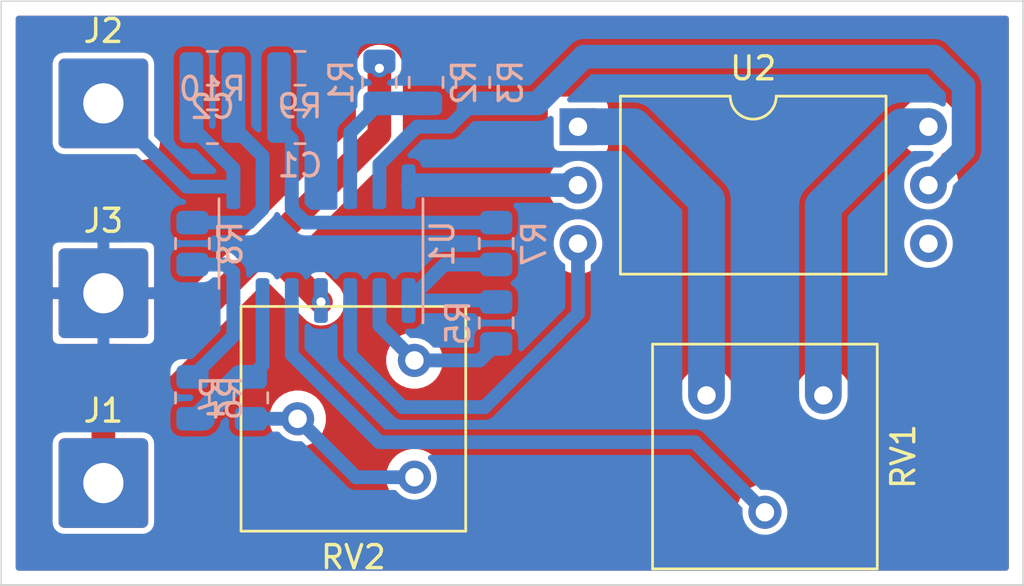
<source format=kicad_pcb>
(kicad_pcb (version 20171130) (host pcbnew "(5.1.10-1-10_14)")

  (general
    (thickness 1.6)
    (drawings 5)
    (tracks 82)
    (zones 0)
    (modules 19)
    (nets 19)
  )

  (page A4)
  (layers
    (0 F.Cu signal)
    (31 B.Cu signal)
    (32 B.Adhes user hide)
    (33 F.Adhes user hide)
    (34 B.Paste user hide)
    (35 F.Paste user hide)
    (36 B.SilkS user)
    (37 F.SilkS user)
    (38 B.Mask user hide)
    (39 F.Mask user hide)
    (40 Dwgs.User user hide)
    (41 Cmts.User user hide)
    (42 Eco1.User user hide)
    (43 Eco2.User user hide)
    (44 Edge.Cuts user)
    (45 Margin user hide)
    (46 B.CrtYd user)
    (47 F.CrtYd user)
    (48 B.Fab user hide)
    (49 F.Fab user hide)
  )

  (setup
    (last_trace_width 0.6)
    (user_trace_width 0.5)
    (user_trace_width 0.6)
    (user_trace_width 1.025)
    (user_trace_width 1.6)
    (trace_clearance 0.2)
    (zone_clearance 0.254)
    (zone_45_only no)
    (trace_min 0.2)
    (via_size 0.8)
    (via_drill 0.4)
    (via_min_size 0.4)
    (via_min_drill 0.3)
    (uvia_size 0.3)
    (uvia_drill 0.1)
    (uvias_allowed no)
    (uvia_min_size 0.2)
    (uvia_min_drill 0.1)
    (edge_width 0.05)
    (segment_width 0.2)
    (pcb_text_width 0.3)
    (pcb_text_size 1.5 1.5)
    (mod_edge_width 0.12)
    (mod_text_size 1 1)
    (mod_text_width 0.15)
    (pad_size 1.524 1.524)
    (pad_drill 0.762)
    (pad_to_mask_clearance 0)
    (aux_axis_origin 0 0)
    (visible_elements FFFFFF7F)
    (pcbplotparams
      (layerselection 0x010fc_ffffffff)
      (usegerberextensions false)
      (usegerberattributes true)
      (usegerberadvancedattributes true)
      (creategerberjobfile true)
      (excludeedgelayer true)
      (linewidth 0.100000)
      (plotframeref false)
      (viasonmask false)
      (mode 1)
      (useauxorigin false)
      (hpglpennumber 1)
      (hpglpenspeed 20)
      (hpglpendiameter 15.000000)
      (psnegative false)
      (psa4output false)
      (plotreference true)
      (plotvalue true)
      (plotinvisibletext false)
      (padsonsilk false)
      (subtractmaskfromsilk false)
      (outputformat 1)
      (mirror false)
      (drillshape 1)
      (scaleselection 1)
      (outputdirectory ""))
  )

  (net 0 "")
  (net 1 "Net-(R1-Pad2)")
  (net 2 +12V)
  (net 3 GND)
  (net 4 "Net-(R3-Pad1)")
  (net 5 "Net-(R4-Pad2)")
  (net 6 "Net-(R4-Pad1)")
  (net 7 "Net-(R6-Pad2)")
  (net 8 "Net-(C2-Pad2)")
  (net 9 "Net-(C1-Pad1)")
  (net 10 output)
  (net 11 "Net-(RV1-Pad1)")
  (net 12 "Net-(RV1-Pad2)")
  (net 13 "Net-(RV1-Pad3)")
  (net 14 "Net-(U1-Pad3)")
  (net 15 "Net-(U2-Pad4)")
  (net 16 "Net-(R5-Pad1)")
  (net 17 "Net-(U1-Pad14)")
  (net 18 "Net-(R5-Pad2)")

  (net_class Default "This is the default net class."
    (clearance 0.2)
    (trace_width 0.25)
    (via_dia 0.8)
    (via_drill 0.4)
    (uvia_dia 0.3)
    (uvia_drill 0.1)
    (add_net +12V)
    (add_net GND)
    (add_net "Net-(C1-Pad1)")
    (add_net "Net-(C2-Pad2)")
    (add_net "Net-(R1-Pad2)")
    (add_net "Net-(R3-Pad1)")
    (add_net "Net-(R4-Pad1)")
    (add_net "Net-(R4-Pad2)")
    (add_net "Net-(R5-Pad1)")
    (add_net "Net-(R5-Pad2)")
    (add_net "Net-(R6-Pad2)")
    (add_net "Net-(RV1-Pad1)")
    (add_net "Net-(RV1-Pad2)")
    (add_net "Net-(RV1-Pad3)")
    (add_net "Net-(U1-Pad14)")
    (add_net "Net-(U1-Pad3)")
    (add_net "Net-(U2-Pad4)")
    (add_net output)
  )

  (module Connector_Wire:SolderWire-1sqmm_1x01_D1.4mm_OD3.9mm (layer F.Cu) (tedit 5EB70B44) (tstamp 615E284B)
    (at 4.445 12.7)
    (descr "Soldered wire connection, for a single 1 mm² wire, reinforced insulation, conductor diameter 1.4mm, outer diameter 3.9mm, size source Multi-Contact FLEXI-xV 1.0 (https://ec.staubli.com/AcroFiles/Catalogues/TM_Cab-Main-11014119_(en)_hi.pdf), bend radius 3 times outer diameter, generated with kicad-footprint-generator")
    (tags "connector wire 1sqmm")
    (path /615EA6FB)
    (attr virtual)
    (fp_text reference J3 (at 0 -3.15) (layer F.SilkS)
      (effects (font (size 1 1) (thickness 0.15)))
    )
    (fp_text value Conn_01x01_Male (at 0 3.15) (layer F.Fab)
      (effects (font (size 1 1) (thickness 0.15)))
    )
    (fp_text user %R (at 0 0) (layer F.Fab)
      (effects (font (size 0.98 0.98) (thickness 0.15)))
    )
    (fp_circle (center 0 0) (end 1.95 0) (layer F.Fab) (width 0.1))
    (fp_line (start -2.7 -2.45) (end -2.7 2.45) (layer F.CrtYd) (width 0.05))
    (fp_line (start -2.7 2.45) (end 2.7 2.45) (layer F.CrtYd) (width 0.05))
    (fp_line (start 2.7 2.45) (end 2.7 -2.45) (layer F.CrtYd) (width 0.05))
    (fp_line (start 2.7 -2.45) (end -2.7 -2.45) (layer F.CrtYd) (width 0.05))
    (pad 1 thru_hole roundrect (at 0 0) (size 3.9 3.9) (drill 1.75) (layers *.Cu *.Mask) (roundrect_rratio 0.06410299999999999)
      (net 3 GND))
    (model ${KISYS3DMOD}/Connector_Wire.3dshapes/SolderWire-1sqmm_1x01_D1.4mm_OD3.9mm.wrl
      (at (xyz 0 0 0))
      (scale (xyz 1 1 1))
      (rotate (xyz 0 0 0))
    )
  )

  (module Connector_Wire:SolderWire-1sqmm_1x01_D1.4mm_OD3.9mm (layer F.Cu) (tedit 5EB70B44) (tstamp 615E282D)
    (at 4.445 4.445)
    (descr "Soldered wire connection, for a single 1 mm² wire, reinforced insulation, conductor diameter 1.4mm, outer diameter 3.9mm, size source Multi-Contact FLEXI-xV 1.0 (https://ec.staubli.com/AcroFiles/Catalogues/TM_Cab-Main-11014119_(en)_hi.pdf), bend radius 3 times outer diameter, generated with kicad-footprint-generator")
    (tags "connector wire 1sqmm")
    (path /615E9445)
    (attr virtual)
    (fp_text reference J2 (at 0 -3.15) (layer F.SilkS)
      (effects (font (size 1 1) (thickness 0.15)))
    )
    (fp_text value Conn_01x01_Male (at 0 3.15) (layer F.Fab)
      (effects (font (size 1 1) (thickness 0.15)))
    )
    (fp_text user %R (at 0 0) (layer F.Fab)
      (effects (font (size 0.98 0.98) (thickness 0.15)))
    )
    (fp_circle (center 0 0) (end 1.95 0) (layer F.Fab) (width 0.1))
    (fp_line (start -2.7 -2.45) (end -2.7 2.45) (layer F.CrtYd) (width 0.05))
    (fp_line (start -2.7 2.45) (end 2.7 2.45) (layer F.CrtYd) (width 0.05))
    (fp_line (start 2.7 2.45) (end 2.7 -2.45) (layer F.CrtYd) (width 0.05))
    (fp_line (start 2.7 -2.45) (end -2.7 -2.45) (layer F.CrtYd) (width 0.05))
    (pad 1 thru_hole roundrect (at 0 0) (size 3.9 3.9) (drill 1.75) (layers *.Cu *.Mask) (roundrect_rratio 0.06410299999999999)
      (net 10 output))
    (model ${KISYS3DMOD}/Connector_Wire.3dshapes/SolderWire-1sqmm_1x01_D1.4mm_OD3.9mm.wrl
      (at (xyz 0 0 0))
      (scale (xyz 1 1 1))
      (rotate (xyz 0 0 0))
    )
  )

  (module Connector_Wire:SolderWire-1sqmm_1x01_D1.4mm_OD3.9mm (layer F.Cu) (tedit 5EB70B44) (tstamp 615E1FDE)
    (at 4.445 20.955)
    (descr "Soldered wire connection, for a single 1 mm² wire, reinforced insulation, conductor diameter 1.4mm, outer diameter 3.9mm, size source Multi-Contact FLEXI-xV 1.0 (https://ec.staubli.com/AcroFiles/Catalogues/TM_Cab-Main-11014119_(en)_hi.pdf), bend radius 3 times outer diameter, generated with kicad-footprint-generator")
    (tags "connector wire 1sqmm")
    (path /615E6E40)
    (attr virtual)
    (fp_text reference J1 (at 0 -3.15) (layer F.SilkS)
      (effects (font (size 1 1) (thickness 0.15)))
    )
    (fp_text value Conn_01x01_Male (at 0 3.15) (layer F.Fab)
      (effects (font (size 1 1) (thickness 0.15)))
    )
    (fp_text user %R (at 0 0) (layer F.Fab)
      (effects (font (size 0.98 0.98) (thickness 0.15)))
    )
    (fp_circle (center 0 0) (end 1.95 0) (layer F.Fab) (width 0.1))
    (fp_line (start -2.7 -2.45) (end -2.7 2.45) (layer F.CrtYd) (width 0.05))
    (fp_line (start -2.7 2.45) (end 2.7 2.45) (layer F.CrtYd) (width 0.05))
    (fp_line (start 2.7 2.45) (end 2.7 -2.45) (layer F.CrtYd) (width 0.05))
    (fp_line (start 2.7 -2.45) (end -2.7 -2.45) (layer F.CrtYd) (width 0.05))
    (pad 1 thru_hole roundrect (at 0 0) (size 3.9 3.9) (drill 1.75) (layers *.Cu *.Mask) (roundrect_rratio 0.06410299999999999)
      (net 2 +12V))
    (model ${KISYS3DMOD}/Connector_Wire.3dshapes/SolderWire-1sqmm_1x01_D1.4mm_OD3.9mm.wrl
      (at (xyz 0 0 0))
      (scale (xyz 1 1 1))
      (rotate (xyz 0 0 0))
    )
  )

  (module Resistor_SMD:R_0805_2012Metric (layer B.Cu) (tedit 5F68FEEE) (tstamp 615E26B3)
    (at 8.3185 17.2485 90)
    (descr "Resistor SMD 0805 (2012 Metric), square (rectangular) end terminal, IPC_7351 nominal, (Body size source: IPC-SM-782 page 72, https://www.pcb-3d.com/wordpress/wp-content/uploads/ipc-sm-782a_amendment_1_and_2.pdf), generated with kicad-footprint-generator")
    (tags resistor)
    (path /615E170B)
    (attr smd)
    (fp_text reference R6 (at 0 1.65 90) (layer B.SilkS)
      (effects (font (size 1 1) (thickness 0.15)) (justify mirror))
    )
    (fp_text value R (at 0 -1.65 90) (layer B.Fab)
      (effects (font (size 1 1) (thickness 0.15)) (justify mirror))
    )
    (fp_text user %R (at 0 0 90) (layer B.Fab)
      (effects (font (size 0.5 0.5) (thickness 0.08)) (justify mirror))
    )
    (fp_line (start -1 -0.625) (end -1 0.625) (layer B.Fab) (width 0.1))
    (fp_line (start -1 0.625) (end 1 0.625) (layer B.Fab) (width 0.1))
    (fp_line (start 1 0.625) (end 1 -0.625) (layer B.Fab) (width 0.1))
    (fp_line (start 1 -0.625) (end -1 -0.625) (layer B.Fab) (width 0.1))
    (fp_line (start -0.227064 0.735) (end 0.227064 0.735) (layer B.SilkS) (width 0.12))
    (fp_line (start -0.227064 -0.735) (end 0.227064 -0.735) (layer B.SilkS) (width 0.12))
    (fp_line (start -1.68 -0.95) (end -1.68 0.95) (layer B.CrtYd) (width 0.05))
    (fp_line (start -1.68 0.95) (end 1.68 0.95) (layer B.CrtYd) (width 0.05))
    (fp_line (start 1.68 0.95) (end 1.68 -0.95) (layer B.CrtYd) (width 0.05))
    (fp_line (start 1.68 -0.95) (end -1.68 -0.95) (layer B.CrtYd) (width 0.05))
    (pad 2 smd roundrect (at 0.9125 0 90) (size 1.025 1.4) (layers B.Cu B.Paste B.Mask) (roundrect_rratio 0.243902)
      (net 7 "Net-(R6-Pad2)"))
    (pad 1 smd roundrect (at -0.9125 0 90) (size 1.025 1.4) (layers B.Cu B.Paste B.Mask) (roundrect_rratio 0.243902)
      (net 6 "Net-(R4-Pad1)"))
    (model ${KISYS3DMOD}/Resistor_SMD.3dshapes/R_0805_2012Metric.wrl
      (at (xyz 0 0 0))
      (scale (xyz 1 1 1))
      (rotate (xyz 0 0 0))
    )
  )

  (module Resistor_SMD:R_0805_2012Metric (layer B.Cu) (tedit 5F68FEEE) (tstamp 615E27D3)
    (at 16.4465 3.5325 270)
    (descr "Resistor SMD 0805 (2012 Metric), square (rectangular) end terminal, IPC_7351 nominal, (Body size source: IPC-SM-782 page 72, https://www.pcb-3d.com/wordpress/wp-content/uploads/ipc-sm-782a_amendment_1_and_2.pdf), generated with kicad-footprint-generator")
    (tags resistor)
    (path /615B09BC)
    (attr smd)
    (fp_text reference R1 (at 0 1.65 270) (layer B.SilkS)
      (effects (font (size 1 1) (thickness 0.15)) (justify mirror))
    )
    (fp_text value R (at 0 -1.65 270) (layer B.Fab)
      (effects (font (size 1 1) (thickness 0.15)) (justify mirror))
    )
    (fp_text user %R (at 0 0 270) (layer B.Fab)
      (effects (font (size 0.5 0.5) (thickness 0.08)) (justify mirror))
    )
    (fp_line (start -1 -0.625) (end -1 0.625) (layer B.Fab) (width 0.1))
    (fp_line (start -1 0.625) (end 1 0.625) (layer B.Fab) (width 0.1))
    (fp_line (start 1 0.625) (end 1 -0.625) (layer B.Fab) (width 0.1))
    (fp_line (start 1 -0.625) (end -1 -0.625) (layer B.Fab) (width 0.1))
    (fp_line (start -0.227064 0.735) (end 0.227064 0.735) (layer B.SilkS) (width 0.12))
    (fp_line (start -0.227064 -0.735) (end 0.227064 -0.735) (layer B.SilkS) (width 0.12))
    (fp_line (start -1.68 -0.95) (end -1.68 0.95) (layer B.CrtYd) (width 0.05))
    (fp_line (start -1.68 0.95) (end 1.68 0.95) (layer B.CrtYd) (width 0.05))
    (fp_line (start 1.68 0.95) (end 1.68 -0.95) (layer B.CrtYd) (width 0.05))
    (fp_line (start 1.68 -0.95) (end -1.68 -0.95) (layer B.CrtYd) (width 0.05))
    (pad 2 smd roundrect (at 0.9125 0 270) (size 1.025 1.4) (layers B.Cu B.Paste B.Mask) (roundrect_rratio 0.243902)
      (net 1 "Net-(R1-Pad2)"))
    (pad 1 smd roundrect (at -0.9125 0 270) (size 1.025 1.4) (layers B.Cu B.Paste B.Mask) (roundrect_rratio 0.243902)
      (net 2 +12V))
    (model ${KISYS3DMOD}/Resistor_SMD.3dshapes/R_0805_2012Metric.wrl
      (at (xyz 0 0 0))
      (scale (xyz 1 1 1))
      (rotate (xyz 0 0 0))
    )
  )

  (module Resistor_SMD:R_0805_2012Metric (layer B.Cu) (tedit 5F68FEEE) (tstamp 615E27A3)
    (at 12.994 2.921)
    (descr "Resistor SMD 0805 (2012 Metric), square (rectangular) end terminal, IPC_7351 nominal, (Body size source: IPC-SM-782 page 72, https://www.pcb-3d.com/wordpress/wp-content/uploads/ipc-sm-782a_amendment_1_and_2.pdf), generated with kicad-footprint-generator")
    (tags resistor)
    (path /615FE383)
    (attr smd)
    (fp_text reference R9 (at 0 1.65) (layer B.SilkS)
      (effects (font (size 1 1) (thickness 0.15)) (justify mirror))
    )
    (fp_text value R (at 0 -1.65) (layer B.Fab)
      (effects (font (size 1 1) (thickness 0.15)) (justify mirror))
    )
    (fp_text user %R (at 0 0) (layer B.Fab)
      (effects (font (size 0.5 0.5) (thickness 0.08)) (justify mirror))
    )
    (fp_line (start -1 -0.625) (end -1 0.625) (layer B.Fab) (width 0.1))
    (fp_line (start -1 0.625) (end 1 0.625) (layer B.Fab) (width 0.1))
    (fp_line (start 1 0.625) (end 1 -0.625) (layer B.Fab) (width 0.1))
    (fp_line (start 1 -0.625) (end -1 -0.625) (layer B.Fab) (width 0.1))
    (fp_line (start -0.227064 0.735) (end 0.227064 0.735) (layer B.SilkS) (width 0.12))
    (fp_line (start -0.227064 -0.735) (end 0.227064 -0.735) (layer B.SilkS) (width 0.12))
    (fp_line (start -1.68 -0.95) (end -1.68 0.95) (layer B.CrtYd) (width 0.05))
    (fp_line (start -1.68 0.95) (end 1.68 0.95) (layer B.CrtYd) (width 0.05))
    (fp_line (start 1.68 0.95) (end 1.68 -0.95) (layer B.CrtYd) (width 0.05))
    (fp_line (start 1.68 -0.95) (end -1.68 -0.95) (layer B.CrtYd) (width 0.05))
    (pad 2 smd roundrect (at 0.9125 0) (size 1.025 1.4) (layers B.Cu B.Paste B.Mask) (roundrect_rratio 0.243902)
      (net 3 GND))
    (pad 1 smd roundrect (at -0.9125 0) (size 1.025 1.4) (layers B.Cu B.Paste B.Mask) (roundrect_rratio 0.243902)
      (net 9 "Net-(C1-Pad1)"))
    (model ${KISYS3DMOD}/Resistor_SMD.3dshapes/R_0805_2012Metric.wrl
      (at (xyz 0 0 0))
      (scale (xyz 1 1 1))
      (rotate (xyz 0 0 0))
    )
  )

  (module Resistor_SMD:R_0805_2012Metric (layer B.Cu) (tedit 5F68FEEE) (tstamp 615E2803)
    (at 9.184 5.461 180)
    (descr "Resistor SMD 0805 (2012 Metric), square (rectangular) end terminal, IPC_7351 nominal, (Body size source: IPC-SM-782 page 72, https://www.pcb-3d.com/wordpress/wp-content/uploads/ipc-sm-782a_amendment_1_and_2.pdf), generated with kicad-footprint-generator")
    (tags resistor)
    (path /615FDA28)
    (attr smd)
    (fp_text reference R10 (at 0 1.65) (layer B.SilkS)
      (effects (font (size 1 1) (thickness 0.15)) (justify mirror))
    )
    (fp_text value R (at 0 -1.65) (layer B.Fab)
      (effects (font (size 1 1) (thickness 0.15)) (justify mirror))
    )
    (fp_text user %R (at 0 0) (layer B.Fab)
      (effects (font (size 0.5 0.5) (thickness 0.08)) (justify mirror))
    )
    (fp_line (start -1 -0.625) (end -1 0.625) (layer B.Fab) (width 0.1))
    (fp_line (start -1 0.625) (end 1 0.625) (layer B.Fab) (width 0.1))
    (fp_line (start 1 0.625) (end 1 -0.625) (layer B.Fab) (width 0.1))
    (fp_line (start 1 -0.625) (end -1 -0.625) (layer B.Fab) (width 0.1))
    (fp_line (start -0.227064 0.735) (end 0.227064 0.735) (layer B.SilkS) (width 0.12))
    (fp_line (start -0.227064 -0.735) (end 0.227064 -0.735) (layer B.SilkS) (width 0.12))
    (fp_line (start -1.68 -0.95) (end -1.68 0.95) (layer B.CrtYd) (width 0.05))
    (fp_line (start -1.68 0.95) (end 1.68 0.95) (layer B.CrtYd) (width 0.05))
    (fp_line (start 1.68 0.95) (end 1.68 -0.95) (layer B.CrtYd) (width 0.05))
    (fp_line (start 1.68 -0.95) (end -1.68 -0.95) (layer B.CrtYd) (width 0.05))
    (pad 2 smd roundrect (at 0.9125 0 180) (size 1.025 1.4) (layers B.Cu B.Paste B.Mask) (roundrect_rratio 0.243902)
      (net 10 output))
    (pad 1 smd roundrect (at -0.9125 0 180) (size 1.025 1.4) (layers B.Cu B.Paste B.Mask) (roundrect_rratio 0.243902)
      (net 8 "Net-(C2-Pad2)"))
    (model ${KISYS3DMOD}/Resistor_SMD.3dshapes/R_0805_2012Metric.wrl
      (at (xyz 0 0 0))
      (scale (xyz 1 1 1))
      (rotate (xyz 0 0 0))
    )
  )

  (module Resistor_SMD:R_0805_2012Metric (layer B.Cu) (tedit 5F68FEEE) (tstamp 615E2743)
    (at 8.3185 10.541 90)
    (descr "Resistor SMD 0805 (2012 Metric), square (rectangular) end terminal, IPC_7351 nominal, (Body size source: IPC-SM-782 page 72, https://www.pcb-3d.com/wordpress/wp-content/uploads/ipc-sm-782a_amendment_1_and_2.pdf), generated with kicad-footprint-generator")
    (tags resistor)
    (path /615DFC55)
    (attr smd)
    (fp_text reference R8 (at 0 1.65 90) (layer B.SilkS)
      (effects (font (size 1 1) (thickness 0.15)) (justify mirror))
    )
    (fp_text value R (at 0 -1.65 90) (layer B.Fab)
      (effects (font (size 1 1) (thickness 0.15)) (justify mirror))
    )
    (fp_text user %R (at 0 0 90) (layer B.Fab)
      (effects (font (size 0.5 0.5) (thickness 0.08)) (justify mirror))
    )
    (fp_line (start -1 -0.625) (end -1 0.625) (layer B.Fab) (width 0.1))
    (fp_line (start -1 0.625) (end 1 0.625) (layer B.Fab) (width 0.1))
    (fp_line (start 1 0.625) (end 1 -0.625) (layer B.Fab) (width 0.1))
    (fp_line (start 1 -0.625) (end -1 -0.625) (layer B.Fab) (width 0.1))
    (fp_line (start -0.227064 0.735) (end 0.227064 0.735) (layer B.SilkS) (width 0.12))
    (fp_line (start -0.227064 -0.735) (end 0.227064 -0.735) (layer B.SilkS) (width 0.12))
    (fp_line (start -1.68 -0.95) (end -1.68 0.95) (layer B.CrtYd) (width 0.05))
    (fp_line (start -1.68 0.95) (end 1.68 0.95) (layer B.CrtYd) (width 0.05))
    (fp_line (start 1.68 0.95) (end 1.68 -0.95) (layer B.CrtYd) (width 0.05))
    (fp_line (start 1.68 -0.95) (end -1.68 -0.95) (layer B.CrtYd) (width 0.05))
    (pad 2 smd roundrect (at 0.9125 0 90) (size 1.025 1.4) (layers B.Cu B.Paste B.Mask) (roundrect_rratio 0.243902)
      (net 8 "Net-(C2-Pad2)"))
    (pad 1 smd roundrect (at -0.9125 0 90) (size 1.025 1.4) (layers B.Cu B.Paste B.Mask) (roundrect_rratio 0.243902)
      (net 7 "Net-(R6-Pad2)"))
    (model ${KISYS3DMOD}/Resistor_SMD.3dshapes/R_0805_2012Metric.wrl
      (at (xyz 0 0 0))
      (scale (xyz 1 1 1))
      (rotate (xyz 0 0 0))
    )
  )

  (module Resistor_SMD:R_0805_2012Metric (layer B.Cu) (tedit 5F68FEEE) (tstamp 615E2773)
    (at 21.5265 10.541 90)
    (descr "Resistor SMD 0805 (2012 Metric), square (rectangular) end terminal, IPC_7351 nominal, (Body size source: IPC-SM-782 page 72, https://www.pcb-3d.com/wordpress/wp-content/uploads/ipc-sm-782a_amendment_1_and_2.pdf), generated with kicad-footprint-generator")
    (tags resistor)
    (path /6161583F)
    (attr smd)
    (fp_text reference R7 (at 0 1.65 90) (layer B.SilkS)
      (effects (font (size 1 1) (thickness 0.15)) (justify mirror))
    )
    (fp_text value R (at 0 -1.65 90) (layer B.Fab)
      (effects (font (size 1 1) (thickness 0.15)) (justify mirror))
    )
    (fp_text user %R (at 0 0 90) (layer B.Fab)
      (effects (font (size 0.5 0.5) (thickness 0.08)) (justify mirror))
    )
    (fp_line (start -1 -0.625) (end -1 0.625) (layer B.Fab) (width 0.1))
    (fp_line (start -1 0.625) (end 1 0.625) (layer B.Fab) (width 0.1))
    (fp_line (start 1 0.625) (end 1 -0.625) (layer B.Fab) (width 0.1))
    (fp_line (start 1 -0.625) (end -1 -0.625) (layer B.Fab) (width 0.1))
    (fp_line (start -0.227064 0.735) (end 0.227064 0.735) (layer B.SilkS) (width 0.12))
    (fp_line (start -0.227064 -0.735) (end 0.227064 -0.735) (layer B.SilkS) (width 0.12))
    (fp_line (start -1.68 -0.95) (end -1.68 0.95) (layer B.CrtYd) (width 0.05))
    (fp_line (start -1.68 0.95) (end 1.68 0.95) (layer B.CrtYd) (width 0.05))
    (fp_line (start 1.68 0.95) (end 1.68 -0.95) (layer B.CrtYd) (width 0.05))
    (fp_line (start 1.68 -0.95) (end -1.68 -0.95) (layer B.CrtYd) (width 0.05))
    (pad 2 smd roundrect (at 0.9125 0 90) (size 1.025 1.4) (layers B.Cu B.Paste B.Mask) (roundrect_rratio 0.243902)
      (net 9 "Net-(C1-Pad1)"))
    (pad 1 smd roundrect (at -0.9125 0 90) (size 1.025 1.4) (layers B.Cu B.Paste B.Mask) (roundrect_rratio 0.243902)
      (net 16 "Net-(R5-Pad1)"))
    (model ${KISYS3DMOD}/Resistor_SMD.3dshapes/R_0805_2012Metric.wrl
      (at (xyz 0 0 0))
      (scale (xyz 1 1 1))
      (rotate (xyz 0 0 0))
    )
  )

  (module Resistor_SMD:R_0805_2012Metric (layer B.Cu) (tedit 5F68FEEE) (tstamp 615E2623)
    (at 20.5105 3.5325 90)
    (descr "Resistor SMD 0805 (2012 Metric), square (rectangular) end terminal, IPC_7351 nominal, (Body size source: IPC-SM-782 page 72, https://www.pcb-3d.com/wordpress/wp-content/uploads/ipc-sm-782a_amendment_1_and_2.pdf), generated with kicad-footprint-generator")
    (tags resistor)
    (path /615C4C2B)
    (attr smd)
    (fp_text reference R3 (at 0 1.65 90) (layer B.SilkS)
      (effects (font (size 1 1) (thickness 0.15)) (justify mirror))
    )
    (fp_text value R (at 0 -1.65 90) (layer B.Fab)
      (effects (font (size 1 1) (thickness 0.15)) (justify mirror))
    )
    (fp_text user %R (at 0 0 90) (layer B.Fab)
      (effects (font (size 0.5 0.5) (thickness 0.08)) (justify mirror))
    )
    (fp_line (start -1 -0.625) (end -1 0.625) (layer B.Fab) (width 0.1))
    (fp_line (start -1 0.625) (end 1 0.625) (layer B.Fab) (width 0.1))
    (fp_line (start 1 0.625) (end 1 -0.625) (layer B.Fab) (width 0.1))
    (fp_line (start 1 -0.625) (end -1 -0.625) (layer B.Fab) (width 0.1))
    (fp_line (start -0.227064 0.735) (end 0.227064 0.735) (layer B.SilkS) (width 0.12))
    (fp_line (start -0.227064 -0.735) (end 0.227064 -0.735) (layer B.SilkS) (width 0.12))
    (fp_line (start -1.68 -0.95) (end -1.68 0.95) (layer B.CrtYd) (width 0.05))
    (fp_line (start -1.68 0.95) (end 1.68 0.95) (layer B.CrtYd) (width 0.05))
    (fp_line (start 1.68 0.95) (end 1.68 -0.95) (layer B.CrtYd) (width 0.05))
    (fp_line (start 1.68 -0.95) (end -1.68 -0.95) (layer B.CrtYd) (width 0.05))
    (pad 2 smd roundrect (at 0.9125 0 90) (size 1.025 1.4) (layers B.Cu B.Paste B.Mask) (roundrect_rratio 0.243902)
      (net 3 GND))
    (pad 1 smd roundrect (at -0.9125 0 90) (size 1.025 1.4) (layers B.Cu B.Paste B.Mask) (roundrect_rratio 0.243902)
      (net 4 "Net-(R3-Pad1)"))
    (model ${KISYS3DMOD}/Resistor_SMD.3dshapes/R_0805_2012Metric.wrl
      (at (xyz 0 0 0))
      (scale (xyz 1 1 1))
      (rotate (xyz 0 0 0))
    )
  )

  (module Resistor_SMD:R_0805_2012Metric (layer B.Cu) (tedit 5F68FEEE) (tstamp 615E2683)
    (at 18.4785 3.5325 90)
    (descr "Resistor SMD 0805 (2012 Metric), square (rectangular) end terminal, IPC_7351 nominal, (Body size source: IPC-SM-782 page 72, https://www.pcb-3d.com/wordpress/wp-content/uploads/ipc-sm-782a_amendment_1_and_2.pdf), generated with kicad-footprint-generator")
    (tags resistor)
    (path /615B1133)
    (attr smd)
    (fp_text reference R2 (at 0 1.65 270) (layer B.SilkS)
      (effects (font (size 1 1) (thickness 0.15)) (justify mirror))
    )
    (fp_text value R (at 0 -1.65 270) (layer B.Fab)
      (effects (font (size 1 1) (thickness 0.15)) (justify mirror))
    )
    (fp_text user %R (at 0 0 270) (layer B.Fab)
      (effects (font (size 0.5 0.5) (thickness 0.08)) (justify mirror))
    )
    (fp_line (start -1 -0.625) (end -1 0.625) (layer B.Fab) (width 0.1))
    (fp_line (start -1 0.625) (end 1 0.625) (layer B.Fab) (width 0.1))
    (fp_line (start 1 0.625) (end 1 -0.625) (layer B.Fab) (width 0.1))
    (fp_line (start 1 -0.625) (end -1 -0.625) (layer B.Fab) (width 0.1))
    (fp_line (start -0.227064 0.735) (end 0.227064 0.735) (layer B.SilkS) (width 0.12))
    (fp_line (start -0.227064 -0.735) (end 0.227064 -0.735) (layer B.SilkS) (width 0.12))
    (fp_line (start -1.68 -0.95) (end -1.68 0.95) (layer B.CrtYd) (width 0.05))
    (fp_line (start -1.68 0.95) (end 1.68 0.95) (layer B.CrtYd) (width 0.05))
    (fp_line (start 1.68 0.95) (end 1.68 -0.95) (layer B.CrtYd) (width 0.05))
    (fp_line (start 1.68 -0.95) (end -1.68 -0.95) (layer B.CrtYd) (width 0.05))
    (pad 2 smd roundrect (at 0.9125 0 90) (size 1.025 1.4) (layers B.Cu B.Paste B.Mask) (roundrect_rratio 0.243902)
      (net 3 GND))
    (pad 1 smd roundrect (at -0.9125 0 90) (size 1.025 1.4) (layers B.Cu B.Paste B.Mask) (roundrect_rratio 0.243902)
      (net 1 "Net-(R1-Pad2)"))
    (model ${KISYS3DMOD}/Resistor_SMD.3dshapes/R_0805_2012Metric.wrl
      (at (xyz 0 0 0))
      (scale (xyz 1 1 1))
      (rotate (xyz 0 0 0))
    )
  )

  (module Resistor_SMD:R_0805_2012Metric (layer B.Cu) (tedit 5F68FEEE) (tstamp 615E2713)
    (at 21.5265 13.9935 270)
    (descr "Resistor SMD 0805 (2012 Metric), square (rectangular) end terminal, IPC_7351 nominal, (Body size source: IPC-SM-782 page 72, https://www.pcb-3d.com/wordpress/wp-content/uploads/ipc-sm-782a_amendment_1_and_2.pdf), generated with kicad-footprint-generator")
    (tags resistor)
    (path /615DEDE6)
    (attr smd)
    (fp_text reference R5 (at 0 1.65 90) (layer B.SilkS)
      (effects (font (size 1 1) (thickness 0.15)) (justify mirror))
    )
    (fp_text value R (at 0 -1.65 90) (layer B.Fab)
      (effects (font (size 1 1) (thickness 0.15)) (justify mirror))
    )
    (fp_text user %R (at 0 0 90) (layer B.Fab)
      (effects (font (size 0.5 0.5) (thickness 0.08)) (justify mirror))
    )
    (fp_line (start -1 -0.625) (end -1 0.625) (layer B.Fab) (width 0.1))
    (fp_line (start -1 0.625) (end 1 0.625) (layer B.Fab) (width 0.1))
    (fp_line (start 1 0.625) (end 1 -0.625) (layer B.Fab) (width 0.1))
    (fp_line (start 1 -0.625) (end -1 -0.625) (layer B.Fab) (width 0.1))
    (fp_line (start -0.227064 0.735) (end 0.227064 0.735) (layer B.SilkS) (width 0.12))
    (fp_line (start -0.227064 -0.735) (end 0.227064 -0.735) (layer B.SilkS) (width 0.12))
    (fp_line (start -1.68 -0.95) (end -1.68 0.95) (layer B.CrtYd) (width 0.05))
    (fp_line (start -1.68 0.95) (end 1.68 0.95) (layer B.CrtYd) (width 0.05))
    (fp_line (start 1.68 0.95) (end 1.68 -0.95) (layer B.CrtYd) (width 0.05))
    (fp_line (start 1.68 -0.95) (end -1.68 -0.95) (layer B.CrtYd) (width 0.05))
    (pad 2 smd roundrect (at 0.9125 0 270) (size 1.025 1.4) (layers B.Cu B.Paste B.Mask) (roundrect_rratio 0.243902)
      (net 18 "Net-(R5-Pad2)"))
    (pad 1 smd roundrect (at -0.9125 0 270) (size 1.025 1.4) (layers B.Cu B.Paste B.Mask) (roundrect_rratio 0.243902)
      (net 16 "Net-(R5-Pad1)"))
    (model ${KISYS3DMOD}/Resistor_SMD.3dshapes/R_0805_2012Metric.wrl
      (at (xyz 0 0 0))
      (scale (xyz 1 1 1))
      (rotate (xyz 0 0 0))
    )
  )

  (module Resistor_SMD:R_0805_2012Metric (layer B.Cu) (tedit 5F68FEEE) (tstamp 615E2653)
    (at 10.8585 17.2485 270)
    (descr "Resistor SMD 0805 (2012 Metric), square (rectangular) end terminal, IPC_7351 nominal, (Body size source: IPC-SM-782 page 72, https://www.pcb-3d.com/wordpress/wp-content/uploads/ipc-sm-782a_amendment_1_and_2.pdf), generated with kicad-footprint-generator")
    (tags resistor)
    (path /615D41CA)
    (attr smd)
    (fp_text reference R4 (at 0 1.65 90) (layer B.SilkS)
      (effects (font (size 1 1) (thickness 0.15)) (justify mirror))
    )
    (fp_text value R (at 0 -1.65 90) (layer B.Fab)
      (effects (font (size 1 1) (thickness 0.15)) (justify mirror))
    )
    (fp_text user %R (at 0 0 90) (layer B.Fab)
      (effects (font (size 0.5 0.5) (thickness 0.08)) (justify mirror))
    )
    (fp_line (start -1 -0.625) (end -1 0.625) (layer B.Fab) (width 0.1))
    (fp_line (start -1 0.625) (end 1 0.625) (layer B.Fab) (width 0.1))
    (fp_line (start 1 0.625) (end 1 -0.625) (layer B.Fab) (width 0.1))
    (fp_line (start 1 -0.625) (end -1 -0.625) (layer B.Fab) (width 0.1))
    (fp_line (start -0.227064 0.735) (end 0.227064 0.735) (layer B.SilkS) (width 0.12))
    (fp_line (start -0.227064 -0.735) (end 0.227064 -0.735) (layer B.SilkS) (width 0.12))
    (fp_line (start -1.68 -0.95) (end -1.68 0.95) (layer B.CrtYd) (width 0.05))
    (fp_line (start -1.68 0.95) (end 1.68 0.95) (layer B.CrtYd) (width 0.05))
    (fp_line (start 1.68 0.95) (end 1.68 -0.95) (layer B.CrtYd) (width 0.05))
    (fp_line (start 1.68 -0.95) (end -1.68 -0.95) (layer B.CrtYd) (width 0.05))
    (pad 2 smd roundrect (at 0.9125 0 270) (size 1.025 1.4) (layers B.Cu B.Paste B.Mask) (roundrect_rratio 0.243902)
      (net 5 "Net-(R4-Pad2)"))
    (pad 1 smd roundrect (at -0.9125 0 270) (size 1.025 1.4) (layers B.Cu B.Paste B.Mask) (roundrect_rratio 0.243902)
      (net 6 "Net-(R4-Pad1)"))
    (model ${KISYS3DMOD}/Resistor_SMD.3dshapes/R_0805_2012Metric.wrl
      (at (xyz 0 0 0))
      (scale (xyz 1 1 1))
      (rotate (xyz 0 0 0))
    )
  )

  (module Resistor_SMD:R_0805_2012Metric (layer B.Cu) (tedit 5F68FEEE) (tstamp 615E26E3)
    (at 9.184 2.921)
    (descr "Resistor SMD 0805 (2012 Metric), square (rectangular) end terminal, IPC_7351 nominal, (Body size source: IPC-SM-782 page 72, https://www.pcb-3d.com/wordpress/wp-content/uploads/ipc-sm-782a_amendment_1_and_2.pdf), generated with kicad-footprint-generator")
    (tags resistor)
    (path /6160042D)
    (attr smd)
    (fp_text reference C2 (at 0 1.68) (layer B.SilkS)
      (effects (font (size 1 1) (thickness 0.15)) (justify mirror))
    )
    (fp_text value C (at 0 -1.68) (layer B.Fab)
      (effects (font (size 1 1) (thickness 0.15)) (justify mirror))
    )
    (fp_text user %R (at 0 0) (layer B.Fab)
      (effects (font (size 0.5 0.5) (thickness 0.08)) (justify mirror))
    )
    (fp_line (start -1 -0.625) (end -1 0.625) (layer B.Fab) (width 0.1))
    (fp_line (start -1 0.625) (end 1 0.625) (layer B.Fab) (width 0.1))
    (fp_line (start 1 0.625) (end 1 -0.625) (layer B.Fab) (width 0.1))
    (fp_line (start 1 -0.625) (end -1 -0.625) (layer B.Fab) (width 0.1))
    (fp_line (start -0.227064 0.735) (end 0.227064 0.735) (layer B.SilkS) (width 0.12))
    (fp_line (start -0.227064 -0.735) (end 0.227064 -0.735) (layer B.SilkS) (width 0.12))
    (fp_line (start -1.68 -0.95) (end -1.68 0.95) (layer B.CrtYd) (width 0.05))
    (fp_line (start -1.68 0.95) (end 1.68 0.95) (layer B.CrtYd) (width 0.05))
    (fp_line (start 1.68 0.95) (end 1.68 -0.95) (layer B.CrtYd) (width 0.05))
    (fp_line (start 1.68 -0.95) (end -1.68 -0.95) (layer B.CrtYd) (width 0.05))
    (pad 2 smd roundrect (at 0.9125 0) (size 1.025 1.4) (layers B.Cu B.Paste B.Mask) (roundrect_rratio 0.243902)
      (net 8 "Net-(C2-Pad2)"))
    (pad 1 smd roundrect (at -0.9125 0) (size 1.025 1.4) (layers B.Cu B.Paste B.Mask) (roundrect_rratio 0.243902)
      (net 10 output))
    (model ${KISYS3DMOD}/Resistor_SMD.3dshapes/R_0805_2012Metric.wrl
      (at (xyz 0 0 0))
      (scale (xyz 1 1 1))
      (rotate (xyz 0 0 0))
    )
  )

  (module Resistor_SMD:R_0805_2012Metric (layer B.Cu) (tedit 5F68FEEE) (tstamp 615E25F3)
    (at 12.994 5.461)
    (descr "Resistor SMD 0805 (2012 Metric), square (rectangular) end terminal, IPC_7351 nominal, (Body size source: IPC-SM-782 page 72, https://www.pcb-3d.com/wordpress/wp-content/uploads/ipc-sm-782a_amendment_1_and_2.pdf), generated with kicad-footprint-generator")
    (tags resistor)
    (path /61627819)
    (attr smd)
    (fp_text reference C1 (at 0 1.68) (layer B.SilkS)
      (effects (font (size 1 1) (thickness 0.15)) (justify mirror))
    )
    (fp_text value C (at 0 -1.68) (layer B.Fab)
      (effects (font (size 1 1) (thickness 0.15)) (justify mirror))
    )
    (fp_text user %R (at 0 0) (layer B.Fab)
      (effects (font (size 0.5 0.5) (thickness 0.08)) (justify mirror))
    )
    (fp_line (start -1 -0.625) (end -1 0.625) (layer B.Fab) (width 0.1))
    (fp_line (start -1 0.625) (end 1 0.625) (layer B.Fab) (width 0.1))
    (fp_line (start 1 0.625) (end 1 -0.625) (layer B.Fab) (width 0.1))
    (fp_line (start 1 -0.625) (end -1 -0.625) (layer B.Fab) (width 0.1))
    (fp_line (start -0.227064 0.735) (end 0.227064 0.735) (layer B.SilkS) (width 0.12))
    (fp_line (start -0.227064 -0.735) (end 0.227064 -0.735) (layer B.SilkS) (width 0.12))
    (fp_line (start -1.68 -0.95) (end -1.68 0.95) (layer B.CrtYd) (width 0.05))
    (fp_line (start -1.68 0.95) (end 1.68 0.95) (layer B.CrtYd) (width 0.05))
    (fp_line (start 1.68 0.95) (end 1.68 -0.95) (layer B.CrtYd) (width 0.05))
    (fp_line (start 1.68 -0.95) (end -1.68 -0.95) (layer B.CrtYd) (width 0.05))
    (pad 2 smd roundrect (at 0.9125 0) (size 1.025 1.4) (layers B.Cu B.Paste B.Mask) (roundrect_rratio 0.243902)
      (net 3 GND))
    (pad 1 smd roundrect (at -0.9125 0) (size 1.025 1.4) (layers B.Cu B.Paste B.Mask) (roundrect_rratio 0.243902)
      (net 9 "Net-(C1-Pad1)"))
    (model ${KISYS3DMOD}/Resistor_SMD.3dshapes/R_0805_2012Metric.wrl
      (at (xyz 0 0 0))
      (scale (xyz 1 1 1))
      (rotate (xyz 0 0 0))
    )
  )

  (module Potentiometer_THT:Potentiometer_Bourns_3386F_Vertical (layer F.Cu) (tedit 5AA07388) (tstamp 615E2875)
    (at 17.9705 15.621 180)
    (descr "Potentiometer, vertical, Bourns 3386F, https://www.bourns.com/pdfs/3386.pdf")
    (tags "Potentiometer vertical Bourns 3386F")
    (path /615D3D35)
    (fp_text reference RV2 (at 2.655 -8.555) (layer F.SilkS)
      (effects (font (size 1 1) (thickness 0.15)))
    )
    (fp_text value GAIN (at 2.655 3.475) (layer F.Fab)
      (effects (font (size 1 1) (thickness 0.15)))
    )
    (fp_circle (center 1.781 -2.54) (end 3.356 -2.54) (layer F.Fab) (width 0.1))
    (fp_line (start -2.11 -7.305) (end -2.11 2.225) (layer F.Fab) (width 0.1))
    (fp_line (start -2.11 2.225) (end 7.42 2.225) (layer F.Fab) (width 0.1))
    (fp_line (start 7.42 2.225) (end 7.42 -7.305) (layer F.Fab) (width 0.1))
    (fp_line (start 7.42 -7.305) (end -2.11 -7.305) (layer F.Fab) (width 0.1))
    (fp_line (start 1.781 -0.98) (end 1.781 -4.099) (layer F.Fab) (width 0.1))
    (fp_line (start 1.781 -0.98) (end 1.781 -4.099) (layer F.Fab) (width 0.1))
    (fp_line (start -2.23 -7.425) (end 7.54 -7.425) (layer F.SilkS) (width 0.12))
    (fp_line (start -2.23 2.345) (end 7.54 2.345) (layer F.SilkS) (width 0.12))
    (fp_line (start -2.23 -7.425) (end -2.23 2.345) (layer F.SilkS) (width 0.12))
    (fp_line (start 7.54 -7.425) (end 7.54 2.345) (layer F.SilkS) (width 0.12))
    (fp_line (start -2.36 -7.56) (end -2.36 2.48) (layer F.CrtYd) (width 0.05))
    (fp_line (start -2.36 2.48) (end 7.67 2.48) (layer F.CrtYd) (width 0.05))
    (fp_line (start 7.67 2.48) (end 7.67 -7.56) (layer F.CrtYd) (width 0.05))
    (fp_line (start 7.67 -7.56) (end -2.36 -7.56) (layer F.CrtYd) (width 0.05))
    (fp_text user %R (at -1.11 -2.54 90) (layer F.Fab)
      (effects (font (size 1 1) (thickness 0.15)))
    )
    (pad 1 thru_hole circle (at 0 0 180) (size 1.44 1.44) (drill 0.8) (layers *.Cu *.Mask)
      (net 18 "Net-(R5-Pad2)"))
    (pad 2 thru_hole circle (at 5.08 -2.54 180) (size 1.44 1.44) (drill 0.8) (layers *.Cu *.Mask)
      (net 5 "Net-(R4-Pad2)"))
    (pad 3 thru_hole circle (at 0 -5.08 180) (size 1.44 1.44) (drill 0.8) (layers *.Cu *.Mask)
      (net 5 "Net-(R4-Pad2)"))
    (model ${KISYS3DMOD}/Potentiometer_THT.3dshapes/Potentiometer_Bourns_3386F_Vertical.wrl
      (at (xyz 0 0 0))
      (scale (xyz 1 1 1))
      (rotate (xyz 0 0 0))
    )
  )

  (module Potentiometer_THT:Potentiometer_Bourns_3386F_Vertical (layer F.Cu) (tedit 5AA07388) (tstamp 615E295F)
    (at 30.6705 17.145 270)
    (descr "Potentiometer, vertical, Bourns 3386F, https://www.bourns.com/pdfs/3386.pdf")
    (tags "Potentiometer vertical Bourns 3386F")
    (path /615C71D2)
    (fp_text reference RV1 (at 2.655 -8.555 90) (layer F.SilkS)
      (effects (font (size 1 1) (thickness 0.15)))
    )
    (fp_text value TRIM (at 2.655 3.475 90) (layer F.Fab)
      (effects (font (size 1 1) (thickness 0.15)))
    )
    (fp_circle (center 1.781 -2.54) (end 3.356 -2.54) (layer F.Fab) (width 0.1))
    (fp_line (start -2.11 -7.305) (end -2.11 2.225) (layer F.Fab) (width 0.1))
    (fp_line (start -2.11 2.225) (end 7.42 2.225) (layer F.Fab) (width 0.1))
    (fp_line (start 7.42 2.225) (end 7.42 -7.305) (layer F.Fab) (width 0.1))
    (fp_line (start 7.42 -7.305) (end -2.11 -7.305) (layer F.Fab) (width 0.1))
    (fp_line (start 1.781 -0.98) (end 1.781 -4.099) (layer F.Fab) (width 0.1))
    (fp_line (start 1.781 -0.98) (end 1.781 -4.099) (layer F.Fab) (width 0.1))
    (fp_line (start -2.23 -7.425) (end 7.54 -7.425) (layer F.SilkS) (width 0.12))
    (fp_line (start -2.23 2.345) (end 7.54 2.345) (layer F.SilkS) (width 0.12))
    (fp_line (start -2.23 -7.425) (end -2.23 2.345) (layer F.SilkS) (width 0.12))
    (fp_line (start 7.54 -7.425) (end 7.54 2.345) (layer F.SilkS) (width 0.12))
    (fp_line (start -2.36 -7.56) (end -2.36 2.48) (layer F.CrtYd) (width 0.05))
    (fp_line (start -2.36 2.48) (end 7.67 2.48) (layer F.CrtYd) (width 0.05))
    (fp_line (start 7.67 2.48) (end 7.67 -7.56) (layer F.CrtYd) (width 0.05))
    (fp_line (start 7.67 -7.56) (end -2.36 -7.56) (layer F.CrtYd) (width 0.05))
    (fp_text user %R (at -1.11 -2.54) (layer F.Fab)
      (effects (font (size 1 1) (thickness 0.15)))
    )
    (pad 1 thru_hole circle (at 0 0 270) (size 1.44 1.44) (drill 0.8) (layers *.Cu *.Mask)
      (net 11 "Net-(RV1-Pad1)"))
    (pad 2 thru_hole circle (at 5.08 -2.54 270) (size 1.44 1.44) (drill 0.8) (layers *.Cu *.Mask)
      (net 12 "Net-(RV1-Pad2)"))
    (pad 3 thru_hole circle (at 0 -5.08 270) (size 1.44 1.44) (drill 0.8) (layers *.Cu *.Mask)
      (net 13 "Net-(RV1-Pad3)"))
    (model ${KISYS3DMOD}/Potentiometer_THT.3dshapes/Potentiometer_Bourns_3386F_Vertical.wrl
      (at (xyz 0 0 0))
      (scale (xyz 1 1 1))
      (rotate (xyz 0 0 0))
    )
  )

  (module Package_DIP:DIP-6_W15.24mm (layer F.Cu) (tedit 615D0516) (tstamp 615E2917)
    (at 25.0825 5.461)
    (descr "6-lead though-hole mounted DIP package, row spacing 15.24 mm (600 mils)")
    (tags "THT DIP DIL PDIP 2.54mm 15.24mm 600mil")
    (path /615BBB25)
    (fp_text reference U2 (at 7.62 -2.54) (layer F.SilkS)
      (effects (font (size 1 1) (thickness 0.15)))
    )
    (fp_text value FPN-07PG (at 7.62 7.62) (layer F.Fab)
      (effects (font (size 1 1) (thickness 0.15)))
    )
    (fp_line (start 2.905 -1.27) (end 13.335 -1.27) (layer F.Fab) (width 0.1))
    (fp_line (start 13.335 -1.27) (end 13.335 6.35) (layer F.Fab) (width 0.1))
    (fp_line (start 13.335 6.35) (end 1.905 6.35) (layer F.Fab) (width 0.1))
    (fp_line (start 1.905 6.35) (end 1.905 -0.27) (layer F.Fab) (width 0.1))
    (fp_line (start 1.905 -0.27) (end 2.905 -1.27) (layer F.Fab) (width 0.1))
    (fp_line (start 6.62 -1.33) (end 1.845 -1.33) (layer F.SilkS) (width 0.12))
    (fp_line (start 1.845 -1.33) (end 1.845 6.41) (layer F.SilkS) (width 0.12))
    (fp_line (start 1.845 6.41) (end 13.395 6.41) (layer F.SilkS) (width 0.12))
    (fp_line (start 13.395 6.41) (end 13.395 -1.33) (layer F.SilkS) (width 0.12))
    (fp_line (start 13.395 -1.33) (end 8.62 -1.33) (layer F.SilkS) (width 0.12))
    (fp_line (start -1.05 -1.55) (end -1.05 6.6) (layer F.CrtYd) (width 0.05))
    (fp_line (start -1.05 6.6) (end 16.33 6.6) (layer F.CrtYd) (width 0.05))
    (fp_line (start 16.33 6.6) (end 16.33 -1.55) (layer F.CrtYd) (width 0.05))
    (fp_line (start 16.33 -1.55) (end -1.05 -1.55) (layer F.CrtYd) (width 0.05))
    (fp_text user %R (at 7.62 2.54) (layer F.Fab)
      (effects (font (size 1 1) (thickness 0.15)))
    )
    (fp_arc (start 7.62 -1.33) (end 6.62 -1.33) (angle -180) (layer F.SilkS) (width 0.12))
    (pad 4 thru_hole oval (at 15.24 5.08) (size 1.6 1.6) (drill 0.8) (layers *.Cu *.Mask)
      (net 15 "Net-(U2-Pad4)"))
    (pad 2 thru_hole oval (at 0 2.54) (size 1.6 1.6) (drill 0.8) (layers *.Cu *.Mask)
      (net 17 "Net-(U1-Pad14)"))
    (pad 5 thru_hole oval (at 15.24 2.54) (size 1.6 1.6) (drill 0.8) (layers *.Cu *.Mask)
      (net 4 "Net-(R3-Pad1)"))
    (pad 3 thru_hole oval (at 0 5.08) (size 1.6 1.6) (drill 0.8) (layers *.Cu *.Mask)
      (net 14 "Net-(U1-Pad3)"))
    (pad 6 thru_hole oval (at 15.24 0) (size 1.6 1.6) (drill 0.8) (layers *.Cu *.Mask)
      (net 13 "Net-(RV1-Pad3)"))
    (pad 1 thru_hole rect (at 0 0) (size 1.6 1.6) (drill 0.8) (layers *.Cu *.Mask)
      (net 11 "Net-(RV1-Pad1)"))
  )

  (module Package_SO:SOIC-14_3.9x8.7mm_P1.27mm (layer B.Cu) (tedit 5D9F72B1) (tstamp 615E28C0)
    (at 13.9065 10.541 90)
    (descr "SOIC, 14 Pin (JEDEC MS-012AB, https://www.analog.com/media/en/package-pcb-resources/package/pkg_pdf/soic_narrow-r/r_14.pdf), generated with kicad-footprint-generator ipc_gullwing_generator.py")
    (tags "SOIC SO")
    (path /615AAFCF)
    (attr smd)
    (fp_text reference U1 (at 0 5.28 90) (layer B.SilkS)
      (effects (font (size 1 1) (thickness 0.15)) (justify mirror))
    )
    (fp_text value LM324 (at 0 -5.28 90) (layer B.Fab)
      (effects (font (size 1 1) (thickness 0.15)) (justify mirror))
    )
    (fp_line (start 0 -4.435) (end 1.95 -4.435) (layer B.SilkS) (width 0.12))
    (fp_line (start 0 -4.435) (end -1.95 -4.435) (layer B.SilkS) (width 0.12))
    (fp_line (start 0 4.435) (end 1.95 4.435) (layer B.SilkS) (width 0.12))
    (fp_line (start 0 4.435) (end -3.45 4.435) (layer B.SilkS) (width 0.12))
    (fp_line (start -0.975 4.325) (end 1.95 4.325) (layer B.Fab) (width 0.1))
    (fp_line (start 1.95 4.325) (end 1.95 -4.325) (layer B.Fab) (width 0.1))
    (fp_line (start 1.95 -4.325) (end -1.95 -4.325) (layer B.Fab) (width 0.1))
    (fp_line (start -1.95 -4.325) (end -1.95 3.35) (layer B.Fab) (width 0.1))
    (fp_line (start -1.95 3.35) (end -0.975 4.325) (layer B.Fab) (width 0.1))
    (fp_line (start -3.7 4.58) (end -3.7 -4.58) (layer B.CrtYd) (width 0.05))
    (fp_line (start -3.7 -4.58) (end 3.7 -4.58) (layer B.CrtYd) (width 0.05))
    (fp_line (start 3.7 -4.58) (end 3.7 4.58) (layer B.CrtYd) (width 0.05))
    (fp_line (start 3.7 4.58) (end -3.7 4.58) (layer B.CrtYd) (width 0.05))
    (fp_text user %R (at 0 0 90) (layer B.Fab)
      (effects (font (size 0.98 0.98) (thickness 0.15)) (justify mirror))
    )
    (pad 14 smd roundrect (at 2.475 3.81 90) (size 1.95 0.6) (layers B.Cu B.Paste B.Mask) (roundrect_rratio 0.25)
      (net 17 "Net-(U1-Pad14)"))
    (pad 13 smd roundrect (at 2.475 2.54 90) (size 1.95 0.6) (layers B.Cu B.Paste B.Mask) (roundrect_rratio 0.25)
      (net 4 "Net-(R3-Pad1)"))
    (pad 12 smd roundrect (at 2.475 1.27 90) (size 1.95 0.6) (layers B.Cu B.Paste B.Mask) (roundrect_rratio 0.25)
      (net 1 "Net-(R1-Pad2)"))
    (pad 11 smd roundrect (at 2.475 0 90) (size 1.95 0.6) (layers B.Cu B.Paste B.Mask) (roundrect_rratio 0.25)
      (net 3 GND))
    (pad 10 smd roundrect (at 2.475 -1.27 90) (size 1.95 0.6) (layers B.Cu B.Paste B.Mask) (roundrect_rratio 0.25)
      (net 9 "Net-(C1-Pad1)"))
    (pad 9 smd roundrect (at 2.475 -2.54 90) (size 1.95 0.6) (layers B.Cu B.Paste B.Mask) (roundrect_rratio 0.25)
      (net 8 "Net-(C2-Pad2)"))
    (pad 8 smd roundrect (at 2.475 -3.81 90) (size 1.95 0.6) (layers B.Cu B.Paste B.Mask) (roundrect_rratio 0.25)
      (net 10 output))
    (pad 7 smd roundrect (at -2.475 -3.81 90) (size 1.95 0.6) (layers B.Cu B.Paste B.Mask) (roundrect_rratio 0.25)
      (net 7 "Net-(R6-Pad2)"))
    (pad 6 smd roundrect (at -2.475 -2.54 90) (size 1.95 0.6) (layers B.Cu B.Paste B.Mask) (roundrect_rratio 0.25)
      (net 6 "Net-(R4-Pad1)"))
    (pad 5 smd roundrect (at -2.475 -1.27 90) (size 1.95 0.6) (layers B.Cu B.Paste B.Mask) (roundrect_rratio 0.25)
      (net 12 "Net-(RV1-Pad2)"))
    (pad 4 smd roundrect (at -2.475 0 90) (size 1.95 0.6) (layers B.Cu B.Paste B.Mask) (roundrect_rratio 0.25)
      (net 2 +12V))
    (pad 3 smd roundrect (at -2.475 1.27 90) (size 1.95 0.6) (layers B.Cu B.Paste B.Mask) (roundrect_rratio 0.25)
      (net 14 "Net-(U1-Pad3)"))
    (pad 2 smd roundrect (at -2.475 2.54 90) (size 1.95 0.6) (layers B.Cu B.Paste B.Mask) (roundrect_rratio 0.25)
      (net 18 "Net-(R5-Pad2)"))
    (pad 1 smd roundrect (at -2.475 3.81 90) (size 1.95 0.6) (layers B.Cu B.Paste B.Mask) (roundrect_rratio 0.25)
      (net 16 "Net-(R5-Pad1)"))
    (model ${KISYS3DMOD}/Package_SO.3dshapes/SOIC-14_3.9x8.7mm_P1.27mm.wrl
      (at (xyz 0 0 0))
      (scale (xyz 1 1 1))
      (rotate (xyz 0 0 0))
    )
  )

  (gr_line (start 0 0) (end 0 25.4) (layer Edge.Cuts) (width 0.05))
  (gr_line (start 44.45 0) (end 0 0) (layer Edge.Cuts) (width 0.05))
  (gr_circle (center 17.272 163.068) (end 42.672 175.768) (layer Dwgs.User) (width 0.15))
  (gr_line (start 44.45 0) (end 44.45 25.4) (layer Edge.Cuts) (width 0.1))
  (gr_line (start 44.45 25.4) (end 0 25.4) (layer Edge.Cuts) (width 0.1))

  (segment (start 17.360076 4.445) (end 18.4785 4.445) (width 1.025) (layer B.Cu) (net 1) (tstamp 615E2A01))
  (segment (start 16.4465 4.445) (end 17.360076 4.445) (width 1.025) (layer B.Cu) (net 1) (tstamp 615E29DD))
  (segment (start 15.1765 5.715) (end 16.4465 4.445) (width 0.6) (layer B.Cu) (net 1) (tstamp 615E2A55))
  (segment (start 15.1765 8.066) (end 15.1765 5.715) (width 0.6) (layer B.Cu) (net 1) (tstamp 615E2A40))
  (via (at 16.4465 2.921) (size 0.8) (drill 0.4) (layers F.Cu B.Cu) (net 2) (tstamp 615E29D4))
  (via (at 13.9065 13.081) (size 0.8) (drill 0.4) (layers F.Cu B.Cu) (net 2) (tstamp 615E2A79))
  (segment (start 13.9065 13.081) (end 11.6205 10.795) (width 1.025) (layer F.Cu) (net 2) (tstamp 615E2995))
  (segment (start 16.4465 2.921) (end 16.4465 5.7785) (width 1.025) (layer F.Cu) (net 2) (tstamp 615E29B0))
  (segment (start 4.445 17.78) (end 16.4465 5.7785) (width 1.025) (layer F.Cu) (net 2) (tstamp 615E2992))
  (segment (start 4.445 20.955) (end 4.445 17.78) (width 1.025) (layer F.Cu) (net 2) (tstamp 615E299B))
  (segment (start 13.9065 5.461) (end 13.9065 2.921) (width 1.025) (layer B.Cu) (net 3) (tstamp 615E2A37))
  (segment (start 13.9065 8.066) (end 13.9065 5.461) (width 0.6) (layer B.Cu) (net 3) (tstamp 615E2A04))
  (segment (start 19.49799 5.45751) (end 20.5105 4.445) (width 0.6) (layer B.Cu) (net 4) (tstamp 615E2A52))
  (segment (start 18.07999 5.45751) (end 19.49799 5.45751) (width 0.6) (layer B.Cu) (net 4) (tstamp 615E2A4F))
  (segment (start 16.4465 7.091) (end 18.07999 5.45751) (width 0.6) (layer B.Cu) (net 4) (tstamp 615E2A4C))
  (segment (start 16.4465 8.066) (end 16.4465 7.091) (width 0.6) (layer B.Cu) (net 4) (tstamp 615E2A49))
  (segment (start 41.8465 3.683) (end 40.5765 2.413) (width 1.025) (layer B.Cu) (net 4) (tstamp 615E29DA))
  (segment (start 40.5765 2.413) (end 25.3365 2.413) (width 1.025) (layer B.Cu) (net 4) (tstamp 615E29E0))
  (segment (start 41.8465 6.477) (end 41.8465 3.683) (width 1.025) (layer B.Cu) (net 4) (tstamp 615E2A13))
  (segment (start 40.3225 8.001) (end 41.8465 6.477) (width 1.025) (layer B.Cu) (net 4) (tstamp 615E2A0A))
  (segment (start 23.3045 4.445) (end 25.3365 2.413) (width 1.025) (layer B.Cu) (net 4) (tstamp 615E29F2))
  (segment (start 20.5105 4.445) (end 23.3045 4.445) (width 1.025) (layer B.Cu) (net 4) (tstamp 615E29E3))
  (segment (start 15.4305 20.701) (end 12.8905 18.161) (width 0.6) (layer B.Cu) (net 5) (tstamp 615E29C5))
  (segment (start 17.9705 20.701) (end 15.4305 20.701) (width 0.6) (layer B.Cu) (net 5) (tstamp 615E29D1))
  (segment (start 12.8905 18.161) (end 10.8585 18.161) (width 0.6) (layer B.Cu) (net 5) (tstamp 615E29C2))
  (segment (start 8.784804 18.161) (end 8.3185 18.161) (width 1.025) (layer B.Cu) (net 6) (tstamp 615E29E9))
  (segment (start 10.392196 16.336) (end 10.8585 16.336) (width 1.025) (layer B.Cu) (net 6) (tstamp 615E2A1C))
  (segment (start 8.567196 18.161) (end 10.392196 16.336) (width 1.025) (layer B.Cu) (net 6) (tstamp 615E2A19))
  (segment (start 8.3185 18.161) (end 8.567196 18.161) (width 1.025) (layer B.Cu) (net 6) (tstamp 615E2A0D))
  (segment (start 11.3665 15.828) (end 11.3665 13.016) (width 0.6) (layer B.Cu) (net 6) (tstamp 615E2A2B))
  (segment (start 10.8585 16.336) (end 11.3665 15.828) (width 0.6) (layer B.Cu) (net 6) (tstamp 615E2A2E))
  (segment (start 8.3185 16.336) (end 8.6195 16.336) (width 0.6) (layer B.Cu) (net 7) (tstamp 615E29D7))
  (segment (start 10.0965 14.558) (end 8.3185 16.336) (width 0.6) (layer B.Cu) (net 7) (tstamp 615E2A67))
  (segment (start 10.0965 13.016) (end 10.0965 14.558) (width 0.6) (layer B.Cu) (net 7) (tstamp 615E2A61))
  (segment (start 10.0965 11.811) (end 10.0965 13.016) (width 0.6) (layer B.Cu) (net 7) (tstamp 615E2A22))
  (segment (start 9.739 11.4535) (end 10.0965 11.811) (width 0.6) (layer B.Cu) (net 7) (tstamp 615E2A25))
  (segment (start 8.3185 11.4535) (end 9.739 11.4535) (width 0.6) (layer B.Cu) (net 7) (tstamp 615E2A10))
  (segment (start 11.3665 7.689232) (end 11.3665 8.066) (width 0.25) (layer B.Cu) (net 8) (tstamp 615E2A76))
  (segment (start 10.0965 5.461) (end 10.0965 2.921) (width 1.025) (layer B.Cu) (net 8) (tstamp 615E2A3D))
  (segment (start 11.3665 6.731) (end 10.0965 5.461) (width 0.6) (layer B.Cu) (net 8) (tstamp 615E29FE))
  (segment (start 11.3665 8.066) (end 11.3665 6.731) (width 0.6) (layer B.Cu) (net 8) (tstamp 615E29EC))
  (segment (start 11.3665 9.041) (end 10.779 9.6285) (width 0.6) (layer B.Cu) (net 8) (tstamp 615E2A5B))
  (segment (start 11.3665 8.066) (end 11.3665 9.041) (width 0.6) (layer B.Cu) (net 8) (tstamp 615E2A5E))
  (segment (start 8.3185 9.6285) (end 10.779 9.6285) (width 0.6) (layer B.Cu) (net 8) (tstamp 615E2A07))
  (segment (start 12.0815 5.461) (end 12.0815 2.921) (width 1.025) (layer B.Cu) (net 9) (tstamp 615E2A58))
  (segment (start 12.6365 6.016) (end 12.0815 5.461) (width 0.6) (layer B.Cu) (net 9) (tstamp 615E2A34))
  (segment (start 12.6365 8.066) (end 12.6365 6.016) (width 0.6) (layer B.Cu) (net 9) (tstamp 615E2A31))
  (segment (start 12.6365 9.041) (end 12.6365 8.066) (width 0.6) (layer B.Cu) (net 9) (tstamp 615E29F8))
  (segment (start 13.224 9.6285) (end 12.6365 9.041) (width 0.6) (layer B.Cu) (net 9) (tstamp 615E29FB))
  (segment (start 21.5265 9.6285) (end 13.224 9.6285) (width 0.6) (layer B.Cu) (net 9) (tstamp 615E29E6))
  (segment (start 8.2715 5.461) (end 8.2715 2.921) (width 1.025) (layer B.Cu) (net 10) (tstamp 615E2A3A))
  (segment (start 10.0965 7.286) (end 8.2715 5.461) (width 0.6) (layer B.Cu) (net 10) (tstamp 615E29EF))
  (segment (start 10.0965 8.066) (end 10.0965 7.286) (width 0.6) (layer B.Cu) (net 10) (tstamp 615E29F5))
  (segment (start 8.066 8.066) (end 4.445 4.445) (width 0.6) (layer B.Cu) (net 10))
  (segment (start 10.0965 8.066) (end 8.066 8.066) (width 0.6) (layer B.Cu) (net 10))
  (segment (start 30.6705 8.649) (end 27.4825 5.461) (width 1.6) (layer B.Cu) (net 11) (tstamp 615E2A73))
  (segment (start 27.4825 5.461) (end 25.0825 5.461) (width 1.6) (layer B.Cu) (net 11) (tstamp 615E2A70))
  (segment (start 30.6705 17.145) (end 30.6705 8.649) (width 1.6) (layer B.Cu) (net 11))
  (segment (start 12.6365 15.367) (end 12.6365 13.016) (width 0.6) (layer B.Cu) (net 12) (tstamp 615E29C8))
  (segment (start 16.4465 19.177) (end 12.6365 15.367) (width 0.6) (layer B.Cu) (net 12) (tstamp 615E29BF))
  (segment (start 30.1625 19.177) (end 33.2105 22.225) (width 0.6) (layer B.Cu) (net 12))
  (segment (start 16.4465 19.177) (end 30.1625 19.177) (width 0.6) (layer B.Cu) (net 12))
  (segment (start 39.19113 5.461) (end 35.7505 8.90163) (width 1.6) (layer B.Cu) (net 13) (tstamp 615E2A28))
  (segment (start 40.3225 5.461) (end 39.19113 5.461) (width 1.6) (layer B.Cu) (net 13) (tstamp 615E2A16))
  (segment (start 35.7505 17.145) (end 35.7505 8.90163) (width 1.6) (layer B.Cu) (net 13))
  (segment (start 15.1765 15.367) (end 15.1765 13.016) (width 0.6) (layer B.Cu) (net 14) (tstamp 615E29A7))
  (segment (start 17.4625 17.653) (end 15.1765 15.367) (width 0.6) (layer B.Cu) (net 14) (tstamp 615E29B3))
  (segment (start 21.0185 17.653) (end 17.4625 17.653) (width 0.6) (layer B.Cu) (net 14) (tstamp 615E29B9))
  (segment (start 25.0825 10.541) (end 25.0825 13.589) (width 0.6) (layer B.Cu) (net 14) (tstamp 615E29B6))
  (segment (start 25.0825 13.589) (end 21.0185 17.653) (width 0.6) (layer B.Cu) (net 14) (tstamp 615E29BC))
  (segment (start 21.4615 13.016) (end 21.5265 13.081) (width 0.6) (layer B.Cu) (net 16) (tstamp 615E29AA))
  (segment (start 17.7165 13.016) (end 21.4615 13.016) (width 0.6) (layer B.Cu) (net 16) (tstamp 615E29AD))
  (segment (start 19.279 11.4535) (end 17.7165 13.016) (width 0.6) (layer B.Cu) (net 16) (tstamp 615E29CE))
  (segment (start 21.5265 11.4535) (end 19.279 11.4535) (width 0.6) (layer B.Cu) (net 16) (tstamp 615E29CB))
  (segment (start 17.7165 8.066) (end 17.9055 8.066) (width 0.6) (layer B.Cu) (net 17) (tstamp 615E2A1F))
  (segment (start 17.9705 8.001) (end 17.9055 8.066) (width 1.025) (layer B.Cu) (net 17) (tstamp 615E298C))
  (segment (start 25.0825 8.001) (end 17.9705 8.001) (width 1.025) (layer B.Cu) (net 17) (tstamp 615E298F))
  (segment (start 16.4465 14.099233) (end 16.4465 13.016) (width 0.6) (layer B.Cu) (net 18) (tstamp 615E2A6D))
  (segment (start 17.968267 15.621) (end 16.4465 14.099233) (width 0.6) (layer B.Cu) (net 18) (tstamp 615E2A6A))
  (segment (start 18.9865 15.621) (end 17.968267 15.621) (width 0.6) (layer B.Cu) (net 18) (tstamp 615E2A64))
  (segment (start 20.8115 15.621) (end 21.5265 14.906) (width 0.6) (layer B.Cu) (net 18) (tstamp 615E2A43))
  (segment (start 18.9865 15.621) (end 20.8115 15.621) (width 0.6) (layer B.Cu) (net 18) (tstamp 615E2A46))

  (zone (net 3) (net_name GND) (layer B.Cu) (tstamp 0) (hatch edge 0.508)
    (connect_pads thru_hole_only (clearance 0.254))
    (min_thickness 0.254)
    (fill yes (arc_segments 32) (thermal_gap 0.254) (thermal_bridge_width 0.508))
    (polygon
      (pts
        (xy 43.815 24.765) (xy 0.635 24.765) (xy 0.635 0.635) (xy 43.815 0.635)
      )
    )
    (filled_polygon
      (pts
        (xy 43.688 24.638) (xy 0.762 24.638) (xy 0.762 19.255001) (xy 2.112157 19.255001) (xy 2.112157 22.654999)
        (xy 2.124317 22.778461) (xy 2.160329 22.897178) (xy 2.21881 23.006588) (xy 2.297513 23.102487) (xy 2.393412 23.18119)
        (xy 2.502822 23.239671) (xy 2.621539 23.275683) (xy 2.745001 23.287843) (xy 6.144999 23.287843) (xy 6.268461 23.275683)
        (xy 6.387178 23.239671) (xy 6.496588 23.18119) (xy 6.592487 23.102487) (xy 6.67119 23.006588) (xy 6.729671 22.897178)
        (xy 6.765683 22.778461) (xy 6.777843 22.654999) (xy 6.777843 19.255001) (xy 6.765683 19.131539) (xy 6.729671 19.012822)
        (xy 6.67119 18.903412) (xy 6.592487 18.807513) (xy 6.496588 18.72881) (xy 6.387178 18.670329) (xy 6.268461 18.634317)
        (xy 6.144999 18.622157) (xy 2.745001 18.622157) (xy 2.621539 18.634317) (xy 2.502822 18.670329) (xy 2.393412 18.72881)
        (xy 2.297513 18.807513) (xy 2.21881 18.903412) (xy 2.160329 19.012822) (xy 2.124317 19.131539) (xy 2.112157 19.255001)
        (xy 0.762 19.255001) (xy 0.762 14.65) (xy 2.112157 14.65) (xy 2.119513 14.724689) (xy 2.141299 14.796508)
        (xy 2.176678 14.862696) (xy 2.224289 14.920711) (xy 2.282304 14.968322) (xy 2.348492 15.003701) (xy 2.420311 15.025487)
        (xy 2.495 15.032843) (xy 4.22275 15.031) (xy 4.318 14.93575) (xy 4.318 12.827) (xy 4.572 12.827)
        (xy 4.572 14.93575) (xy 4.66725 15.031) (xy 6.395 15.032843) (xy 6.469689 15.025487) (xy 6.541508 15.003701)
        (xy 6.607696 14.968322) (xy 6.665711 14.920711) (xy 6.713322 14.862696) (xy 6.748701 14.796508) (xy 6.770487 14.724689)
        (xy 6.777843 14.65) (xy 6.776 12.92225) (xy 6.68075 12.827) (xy 4.572 12.827) (xy 4.318 12.827)
        (xy 2.20925 12.827) (xy 2.114 12.92225) (xy 2.112157 14.65) (xy 0.762 14.65) (xy 0.762 10.75)
        (xy 2.112157 10.75) (xy 2.114 12.47775) (xy 2.20925 12.573) (xy 4.318 12.573) (xy 4.318 10.46425)
        (xy 4.572 10.46425) (xy 4.572 12.573) (xy 6.68075 12.573) (xy 6.776 12.47775) (xy 6.777372 11.190999)
        (xy 7.235657 11.190999) (xy 7.235657 11.716001) (xy 7.247817 11.839462) (xy 7.283829 11.958179) (xy 7.34231 12.067589)
        (xy 7.421012 12.163488) (xy 7.516911 12.24219) (xy 7.626321 12.300671) (xy 7.745038 12.336683) (xy 7.868499 12.348843)
        (xy 8.768501 12.348843) (xy 8.891962 12.336683) (xy 9.010679 12.300671) (xy 9.120089 12.24219) (xy 9.215988 12.163488)
        (xy 9.239778 12.1345) (xy 9.4155 12.1345) (xy 9.4155 12.172284) (xy 9.413657 12.191) (xy 9.413657 13.841)
        (xy 9.415501 13.859719) (xy 9.415501 14.27592) (xy 8.250765 15.440657) (xy 7.868499 15.440657) (xy 7.745038 15.452817)
        (xy 7.626321 15.488829) (xy 7.516911 15.54731) (xy 7.421012 15.626012) (xy 7.34231 15.721911) (xy 7.283829 15.831321)
        (xy 7.247817 15.950038) (xy 7.235657 16.073499) (xy 7.235657 16.598501) (xy 7.247817 16.721962) (xy 7.283829 16.840679)
        (xy 7.34231 16.950089) (xy 7.421012 17.045988) (xy 7.516911 17.12469) (xy 7.626321 17.183171) (xy 7.745038 17.219183)
        (xy 7.868499 17.231343) (xy 8.233255 17.231343) (xy 8.198941 17.265657) (xy 7.868499 17.265657) (xy 7.745038 17.277817)
        (xy 7.626321 17.313829) (xy 7.516911 17.37231) (xy 7.421012 17.451012) (xy 7.34231 17.546911) (xy 7.283829 17.656321)
        (xy 7.247817 17.775038) (xy 7.235657 17.898499) (xy 7.235657 18.423501) (xy 7.247817 18.546962) (xy 7.283829 18.665679)
        (xy 7.34231 18.775089) (xy 7.421012 18.870988) (xy 7.516911 18.94969) (xy 7.626321 19.008171) (xy 7.745038 19.044183)
        (xy 7.868499 19.056343) (xy 8.542016 19.056343) (xy 8.567196 19.058823) (xy 8.592376 19.056343) (xy 8.768501 19.056343)
        (xy 8.787213 19.0545) (xy 8.828697 19.0545) (xy 8.959961 19.041572) (xy 9.128386 18.99048) (xy 9.283608 18.907513)
        (xy 9.419661 18.795857) (xy 9.531317 18.659804) (xy 9.614284 18.504582) (xy 9.665376 18.336157) (xy 9.66644 18.325355)
        (xy 9.775657 18.216138) (xy 9.775657 18.423501) (xy 9.787817 18.546962) (xy 9.823829 18.665679) (xy 9.88231 18.775089)
        (xy 9.961012 18.870988) (xy 10.056911 18.94969) (xy 10.166321 19.008171) (xy 10.285038 19.044183) (xy 10.408499 19.056343)
        (xy 11.308501 19.056343) (xy 11.431962 19.044183) (xy 11.550679 19.008171) (xy 11.660089 18.94969) (xy 11.755988 18.870988)
        (xy 11.779778 18.842) (xy 12.021369 18.842) (xy 12.035298 18.862846) (xy 12.188654 19.016202) (xy 12.368981 19.136693)
        (xy 12.56935 19.219689) (xy 12.782061 19.262) (xy 12.998939 19.262) (xy 13.02353 19.257109) (xy 14.925304 21.158884)
        (xy 14.94663 21.18487) (xy 15.050326 21.26997) (xy 15.168632 21.333206) (xy 15.297001 21.372146) (xy 15.397047 21.382)
        (xy 15.397048 21.382) (xy 15.430499 21.385295) (xy 15.46395 21.382) (xy 17.101369 21.382) (xy 17.115298 21.402846)
        (xy 17.268654 21.556202) (xy 17.448981 21.676693) (xy 17.64935 21.759689) (xy 17.862061 21.802) (xy 18.078939 21.802)
        (xy 18.29165 21.759689) (xy 18.492019 21.676693) (xy 18.672346 21.556202) (xy 18.825702 21.402846) (xy 18.946193 21.222519)
        (xy 19.029189 21.02215) (xy 19.0715 20.809439) (xy 19.0715 20.592561) (xy 19.029189 20.37985) (xy 18.946193 20.179481)
        (xy 18.825702 19.999154) (xy 18.684548 19.858) (xy 29.880422 19.858) (xy 32.114391 22.09197) (xy 32.1095 22.116561)
        (xy 32.1095 22.333439) (xy 32.151811 22.54615) (xy 32.234807 22.746519) (xy 32.355298 22.926846) (xy 32.508654 23.080202)
        (xy 32.688981 23.200693) (xy 32.88935 23.283689) (xy 33.102061 23.326) (xy 33.318939 23.326) (xy 33.53165 23.283689)
        (xy 33.732019 23.200693) (xy 33.912346 23.080202) (xy 34.065702 22.926846) (xy 34.186193 22.746519) (xy 34.269189 22.54615)
        (xy 34.3115 22.333439) (xy 34.3115 22.116561) (xy 34.269189 21.90385) (xy 34.186193 21.703481) (xy 34.065702 21.523154)
        (xy 33.912346 21.369798) (xy 33.732019 21.249307) (xy 33.53165 21.166311) (xy 33.318939 21.124) (xy 33.102061 21.124)
        (xy 33.07747 21.128891) (xy 30.667704 18.719126) (xy 30.64637 18.69313) (xy 30.542674 18.60803) (xy 30.424368 18.544794)
        (xy 30.295999 18.505854) (xy 30.195953 18.496) (xy 30.1625 18.492705) (xy 30.129047 18.496) (xy 16.728579 18.496)
        (xy 13.3175 15.084922) (xy 13.3175 14.141958) (xy 13.379723 14.217777) (xy 13.460468 14.284043) (xy 13.55259 14.333283)
        (xy 13.652547 14.363605) (xy 13.7565 14.373843) (xy 14.0565 14.373843) (xy 14.160453 14.363605) (xy 14.26041 14.333283)
        (xy 14.352532 14.284043) (xy 14.433277 14.217777) (xy 14.495501 14.141958) (xy 14.4955 15.333547) (xy 14.492205 15.367)
        (xy 14.500166 15.447827) (xy 14.505354 15.500498) (xy 14.544294 15.628867) (xy 14.60753 15.747173) (xy 14.69263 15.850869)
        (xy 14.718622 15.8722) (xy 16.957304 18.110884) (xy 16.97863 18.13687) (xy 17.082326 18.22197) (xy 17.200632 18.285206)
        (xy 17.278781 18.308912) (xy 17.329 18.324146) (xy 17.462499 18.337295) (xy 17.495952 18.334) (xy 20.985047 18.334)
        (xy 21.0185 18.337295) (xy 21.051953 18.334) (xy 21.151999 18.324146) (xy 21.280368 18.285206) (xy 21.398674 18.22197)
        (xy 21.50237 18.13687) (xy 21.523704 18.110874) (xy 25.540379 14.0942) (xy 25.56637 14.07287) (xy 25.65147 13.969174)
        (xy 25.714706 13.850868) (xy 25.753646 13.722499) (xy 25.7635 13.622453) (xy 25.766795 13.589) (xy 25.7635 13.555547)
        (xy 25.7635 11.506346) (xy 25.835343 11.458342) (xy 25.999842 11.293843) (xy 26.129088 11.100413) (xy 26.218114 10.885485)
        (xy 26.2635 10.657318) (xy 26.2635 10.424682) (xy 26.218114 10.196515) (xy 26.129088 9.981587) (xy 25.999842 9.788157)
        (xy 25.835343 9.623658) (xy 25.641913 9.494412) (xy 25.426985 9.405386) (xy 25.198818 9.36) (xy 24.966182 9.36)
        (xy 24.738015 9.405386) (xy 24.523087 9.494412) (xy 24.329657 9.623658) (xy 24.165158 9.788157) (xy 24.035912 9.981587)
        (xy 23.946886 10.196515) (xy 23.9015 10.424682) (xy 23.9015 10.657318) (xy 23.946886 10.885485) (xy 24.035912 11.100413)
        (xy 24.165158 11.293843) (xy 24.329657 11.458342) (xy 24.4015 11.506346) (xy 24.401501 13.30692) (xy 22.609343 15.099078)
        (xy 22.609343 14.643499) (xy 22.597183 14.520038) (xy 22.561171 14.401321) (xy 22.50269 14.291911) (xy 22.423988 14.196012)
        (xy 22.328089 14.11731) (xy 22.218679 14.058829) (xy 22.099962 14.022817) (xy 21.976501 14.010657) (xy 21.076499 14.010657)
        (xy 20.953038 14.022817) (xy 20.834321 14.058829) (xy 20.724911 14.11731) (xy 20.629012 14.196012) (xy 20.55031 14.291911)
        (xy 20.491829 14.401321) (xy 20.455817 14.520038) (xy 20.443657 14.643499) (xy 20.443657 14.94) (xy 18.839631 14.94)
        (xy 18.825702 14.919154) (xy 18.672346 14.765798) (xy 18.492019 14.645307) (xy 18.29165 14.562311) (xy 18.078939 14.52)
        (xy 17.862061 14.52) (xy 17.835608 14.525262) (xy 17.684188 14.373843) (xy 17.8665 14.373843) (xy 17.970453 14.363605)
        (xy 18.07041 14.333283) (xy 18.162532 14.284043) (xy 18.243277 14.217777) (xy 18.309543 14.137032) (xy 18.358783 14.04491)
        (xy 18.389105 13.944953) (xy 18.399343 13.841) (xy 18.399343 13.697) (xy 20.551878 13.697) (xy 20.629012 13.790988)
        (xy 20.724911 13.86969) (xy 20.834321 13.928171) (xy 20.953038 13.964183) (xy 21.076499 13.976343) (xy 21.976501 13.976343)
        (xy 22.099962 13.964183) (xy 22.218679 13.928171) (xy 22.328089 13.86969) (xy 22.423988 13.790988) (xy 22.50269 13.695089)
        (xy 22.561171 13.585679) (xy 22.597183 13.466962) (xy 22.609343 13.343501) (xy 22.609343 12.818499) (xy 22.597183 12.695038)
        (xy 22.561171 12.576321) (xy 22.50269 12.466911) (xy 22.423988 12.371012) (xy 22.328089 12.29231) (xy 22.281205 12.26725)
        (xy 22.328089 12.24219) (xy 22.423988 12.163488) (xy 22.50269 12.067589) (xy 22.561171 11.958179) (xy 22.597183 11.839462)
        (xy 22.609343 11.716001) (xy 22.609343 11.190999) (xy 22.597183 11.067538) (xy 22.561171 10.948821) (xy 22.50269 10.839411)
        (xy 22.423988 10.743512) (xy 22.328089 10.66481) (xy 22.218679 10.606329) (xy 22.099962 10.570317) (xy 21.976501 10.558157)
        (xy 21.076499 10.558157) (xy 20.953038 10.570317) (xy 20.834321 10.606329) (xy 20.724911 10.66481) (xy 20.629012 10.743512)
        (xy 20.605222 10.7725) (xy 19.312453 10.7725) (xy 19.279 10.769205) (xy 19.145501 10.782354) (xy 19.017131 10.821294)
        (xy 18.898826 10.88453) (xy 18.79513 10.96963) (xy 18.7738 10.995621) (xy 18.070602 11.69882) (xy 18.07041 11.698717)
        (xy 17.970453 11.668395) (xy 17.8665 11.658157) (xy 17.5665 11.658157) (xy 17.462547 11.668395) (xy 17.36259 11.698717)
        (xy 17.270468 11.747957) (xy 17.189723 11.814223) (xy 17.123457 11.894968) (xy 17.0815 11.973464) (xy 17.039543 11.894968)
        (xy 16.973277 11.814223) (xy 16.892532 11.747957) (xy 16.80041 11.698717) (xy 16.700453 11.668395) (xy 16.5965 11.658157)
        (xy 16.2965 11.658157) (xy 16.192547 11.668395) (xy 16.09259 11.698717) (xy 16.000468 11.747957) (xy 15.919723 11.814223)
        (xy 15.853457 11.894968) (xy 15.8115 11.973464) (xy 15.769543 11.894968) (xy 15.703277 11.814223) (xy 15.622532 11.747957)
        (xy 15.53041 11.698717) (xy 15.430453 11.668395) (xy 15.3265 11.658157) (xy 15.0265 11.658157) (xy 14.922547 11.668395)
        (xy 14.82259 11.698717) (xy 14.730468 11.747957) (xy 14.649723 11.814223) (xy 14.583457 11.894968) (xy 14.5415 11.973464)
        (xy 14.499543 11.894968) (xy 14.433277 11.814223) (xy 14.352532 11.747957) (xy 14.26041 11.698717) (xy 14.160453 11.668395)
        (xy 14.0565 11.658157) (xy 13.7565 11.658157) (xy 13.652547 11.668395) (xy 13.55259 11.698717) (xy 13.460468 11.747957)
        (xy 13.379723 11.814223) (xy 13.313457 11.894968) (xy 13.2715 11.973464) (xy 13.229543 11.894968) (xy 13.163277 11.814223)
        (xy 13.082532 11.747957) (xy 12.99041 11.698717) (xy 12.890453 11.668395) (xy 12.7865 11.658157) (xy 12.4865 11.658157)
        (xy 12.382547 11.668395) (xy 12.28259 11.698717) (xy 12.190468 11.747957) (xy 12.109723 11.814223) (xy 12.043457 11.894968)
        (xy 12.0015 11.973464) (xy 11.959543 11.894968) (xy 11.893277 11.814223) (xy 11.812532 11.747957) (xy 11.72041 11.698717)
        (xy 11.620453 11.668395) (xy 11.5165 11.658157) (xy 11.2165 11.658157) (xy 11.112547 11.668395) (xy 11.01259 11.698717)
        (xy 10.920468 11.747957) (xy 10.839723 11.814223) (xy 10.7775 11.890042) (xy 10.7775 11.84445) (xy 10.780795 11.810999)
        (xy 10.7775 11.777547) (xy 10.767646 11.677501) (xy 10.728706 11.549132) (xy 10.66547 11.430826) (xy 10.580369 11.32713)
        (xy 10.554383 11.305804) (xy 10.244204 10.995626) (xy 10.22287 10.96963) (xy 10.119174 10.88453) (xy 10.000868 10.821294)
        (xy 9.872499 10.782354) (xy 9.772453 10.7725) (xy 9.739 10.769205) (xy 9.705547 10.7725) (xy 9.239778 10.7725)
        (xy 9.215988 10.743512) (xy 9.120089 10.66481) (xy 9.010679 10.606329) (xy 8.891962 10.570317) (xy 8.768501 10.558157)
        (xy 7.868499 10.558157) (xy 7.745038 10.570317) (xy 7.626321 10.606329) (xy 7.516911 10.66481) (xy 7.421012 10.743512)
        (xy 7.34231 10.839411) (xy 7.283829 10.948821) (xy 7.247817 11.067538) (xy 7.235657 11.190999) (xy 6.777372 11.190999)
        (xy 6.777843 10.75) (xy 6.770487 10.675311) (xy 6.748701 10.603492) (xy 6.713322 10.537304) (xy 6.665711 10.479289)
        (xy 6.607696 10.431678) (xy 6.541508 10.396299) (xy 6.469689 10.374513) (xy 6.395 10.367157) (xy 4.66725 10.369)
        (xy 4.572 10.46425) (xy 4.318 10.46425) (xy 4.22275 10.369) (xy 2.495 10.367157) (xy 2.420311 10.374513)
        (xy 2.348492 10.396299) (xy 2.282304 10.431678) (xy 2.224289 10.479289) (xy 2.176678 10.537304) (xy 2.141299 10.603492)
        (xy 2.119513 10.675311) (xy 2.112157 10.75) (xy 0.762 10.75) (xy 0.762 2.745001) (xy 2.112157 2.745001)
        (xy 2.112157 6.144999) (xy 2.124317 6.268461) (xy 2.160329 6.387178) (xy 2.21881 6.496588) (xy 2.297513 6.592487)
        (xy 2.393412 6.67119) (xy 2.502822 6.729671) (xy 2.621539 6.765683) (xy 2.745001 6.777843) (xy 5.814764 6.777843)
        (xy 7.560805 8.523885) (xy 7.58213 8.54987) (xy 7.685826 8.63497) (xy 7.804132 8.698206) (xy 7.919351 8.733157)
        (xy 7.868499 8.733157) (xy 7.745038 8.745317) (xy 7.626321 8.781329) (xy 7.516911 8.83981) (xy 7.421012 8.918512)
        (xy 7.34231 9.014411) (xy 7.283829 9.123821) (xy 7.247817 9.242538) (xy 7.235657 9.365999) (xy 7.235657 9.891001)
        (xy 7.247817 10.014462) (xy 7.283829 10.133179) (xy 7.34231 10.242589) (xy 7.421012 10.338488) (xy 7.516911 10.41719)
        (xy 7.626321 10.475671) (xy 7.745038 10.511683) (xy 7.868499 10.523843) (xy 8.768501 10.523843) (xy 8.891962 10.511683)
        (xy 9.010679 10.475671) (xy 9.120089 10.41719) (xy 9.215988 10.338488) (xy 9.239778 10.3095) (xy 10.745547 10.3095)
        (xy 10.779 10.312795) (xy 10.812453 10.3095) (xy 10.912499 10.299646) (xy 11.040868 10.260706) (xy 11.159174 10.19747)
        (xy 11.26287 10.11237) (xy 11.284204 10.086374) (xy 11.824384 9.546196) (xy 11.85037 9.52487) (xy 11.93547 9.421174)
        (xy 11.998706 9.302868) (xy 12.0015 9.293657) (xy 12.004294 9.302867) (xy 12.06753 9.421173) (xy 12.15263 9.524869)
        (xy 12.178621 9.5462) (xy 12.718804 10.086384) (xy 12.74013 10.11237) (xy 12.843826 10.19747) (xy 12.962132 10.260706)
        (xy 13.090501 10.299646) (xy 13.190547 10.3095) (xy 13.190548 10.3095) (xy 13.223999 10.312795) (xy 13.25745 10.3095)
        (xy 20.605222 10.3095) (xy 20.629012 10.338488) (xy 20.724911 10.41719) (xy 20.834321 10.475671) (xy 20.953038 10.511683)
        (xy 21.076499 10.523843) (xy 21.976501 10.523843) (xy 22.099962 10.511683) (xy 22.218679 10.475671) (xy 22.328089 10.41719)
        (xy 22.423988 10.338488) (xy 22.50269 10.242589) (xy 22.561171 10.133179) (xy 22.597183 10.014462) (xy 22.609343 9.891001)
        (xy 22.609343 9.365999) (xy 22.597183 9.242538) (xy 22.561171 9.123821) (xy 22.50269 9.014411) (xy 22.423988 8.918512)
        (xy 22.394729 8.8945) (xy 24.305815 8.8945) (xy 24.329657 8.918342) (xy 24.523087 9.047588) (xy 24.738015 9.136614)
        (xy 24.966182 9.182) (xy 25.198818 9.182) (xy 25.426985 9.136614) (xy 25.641913 9.047588) (xy 25.835343 8.918342)
        (xy 25.999842 8.753843) (xy 26.129088 8.560413) (xy 26.218114 8.345485) (xy 26.2635 8.117318) (xy 26.2635 7.884682)
        (xy 26.218114 7.656515) (xy 26.129088 7.441587) (xy 25.999842 7.248157) (xy 25.835343 7.083658) (xy 25.641913 6.954412)
        (xy 25.426985 6.865386) (xy 25.198818 6.82) (xy 24.966182 6.82) (xy 24.738015 6.865386) (xy 24.523087 6.954412)
        (xy 24.329657 7.083658) (xy 24.305815 7.1075) (xy 18.380142 7.1075) (xy 18.358783 7.03709) (xy 18.309543 6.944968)
        (xy 18.243277 6.864223) (xy 18.162532 6.797957) (xy 18.07041 6.748717) (xy 17.970453 6.718395) (xy 17.8665 6.708157)
        (xy 17.792422 6.708157) (xy 18.362069 6.13851) (xy 19.464537 6.13851) (xy 19.49799 6.141805) (xy 19.531443 6.13851)
        (xy 19.631489 6.128656) (xy 19.759858 6.089716) (xy 19.878164 6.02648) (xy 19.98186 5.94138) (xy 20.003194 5.915384)
        (xy 20.578236 5.340343) (xy 20.960501 5.340343) (xy 20.979213 5.3385) (xy 23.260607 5.3385) (xy 23.3045 5.342823)
        (xy 23.348393 5.3385) (xy 23.479657 5.325572) (xy 23.648082 5.27448) (xy 23.803304 5.191513) (xy 23.899657 5.112438)
        (xy 23.899657 5.421696) (xy 23.895786 5.461) (xy 23.899657 5.500304) (xy 23.899657 6.261) (xy 23.907013 6.335689)
        (xy 23.928799 6.407508) (xy 23.964178 6.473696) (xy 24.011789 6.531711) (xy 24.069804 6.579322) (xy 24.135992 6.614701)
        (xy 24.207811 6.636487) (xy 24.2825 6.643843) (xy 25.8825 6.643843) (xy 25.901213 6.642) (xy 26.993315 6.642)
        (xy 29.489501 9.138187) (xy 29.4895 17.203015) (xy 29.506588 17.376515) (xy 29.574119 17.599135) (xy 29.683783 17.804302)
        (xy 29.831366 17.984134) (xy 30.011197 18.131717) (xy 30.216364 18.241381) (xy 30.438984 18.308912) (xy 30.6705 18.331714)
        (xy 30.902015 18.308912) (xy 31.124635 18.241381) (xy 31.329802 18.131717) (xy 31.509634 17.984134) (xy 31.657217 17.804303)
        (xy 31.766881 17.599136) (xy 31.834412 17.376516) (xy 31.8515 17.203016) (xy 31.8515 8.707016) (xy 31.857214 8.649)
        (xy 31.834412 8.417483) (xy 31.766881 8.194864) (xy 31.756881 8.176156) (xy 31.657217 7.989697) (xy 31.509634 7.809866)
        (xy 31.464565 7.772879) (xy 28.358626 4.666941) (xy 28.321634 4.621866) (xy 28.141803 4.474283) (xy 27.936636 4.364619)
        (xy 27.714016 4.297088) (xy 27.540516 4.28) (xy 27.540514 4.28) (xy 27.4825 4.274286) (xy 27.424486 4.28)
        (xy 25.901213 4.28) (xy 25.8825 4.278157) (xy 24.734941 4.278157) (xy 25.706599 3.3065) (xy 40.206402 3.3065)
        (xy 40.953001 4.0531) (xy 40.953001 4.458888) (xy 40.930381 4.446798) (xy 40.881913 4.414412) (xy 40.828057 4.392104)
        (xy 40.776636 4.364619) (xy 40.72084 4.347694) (xy 40.666985 4.325386) (xy 40.609811 4.314013) (xy 40.554016 4.297088)
        (xy 40.495996 4.291374) (xy 40.438818 4.28) (xy 39.249146 4.28) (xy 39.19113 4.274286) (xy 38.959613 4.297088)
        (xy 38.809324 4.342678) (xy 38.736994 4.364619) (xy 38.531827 4.474283) (xy 38.351996 4.621866) (xy 38.315009 4.666935)
        (xy 34.956436 8.025509) (xy 34.911367 8.062496) (xy 34.802736 8.194864) (xy 34.763784 8.242327) (xy 34.654119 8.447495)
        (xy 34.586589 8.670114) (xy 34.563786 8.90163) (xy 34.569501 8.959654) (xy 34.5695 17.203015) (xy 34.586588 17.376515)
        (xy 34.654119 17.599135) (xy 34.763783 17.804302) (xy 34.911366 17.984134) (xy 35.091197 18.131717) (xy 35.296364 18.241381)
        (xy 35.518984 18.308912) (xy 35.7505 18.331714) (xy 35.982015 18.308912) (xy 36.204635 18.241381) (xy 36.409802 18.131717)
        (xy 36.589634 17.984134) (xy 36.737217 17.804303) (xy 36.846881 17.599136) (xy 36.914412 17.376516) (xy 36.9315 17.203016)
        (xy 36.9315 10.424682) (xy 39.1415 10.424682) (xy 39.1415 10.657318) (xy 39.186886 10.885485) (xy 39.275912 11.100413)
        (xy 39.405158 11.293843) (xy 39.569657 11.458342) (xy 39.763087 11.587588) (xy 39.978015 11.676614) (xy 40.206182 11.722)
        (xy 40.438818 11.722) (xy 40.666985 11.676614) (xy 40.881913 11.587588) (xy 41.075343 11.458342) (xy 41.239842 11.293843)
        (xy 41.369088 11.100413) (xy 41.458114 10.885485) (xy 41.5035 10.657318) (xy 41.5035 10.424682) (xy 41.458114 10.196515)
        (xy 41.369088 9.981587) (xy 41.239842 9.788157) (xy 41.075343 9.623658) (xy 40.881913 9.494412) (xy 40.666985 9.405386)
        (xy 40.438818 9.36) (xy 40.206182 9.36) (xy 39.978015 9.405386) (xy 39.763087 9.494412) (xy 39.569657 9.623658)
        (xy 39.405158 9.788157) (xy 39.275912 9.981587) (xy 39.186886 10.196515) (xy 39.1415 10.424682) (xy 36.9315 10.424682)
        (xy 36.9315 9.390815) (xy 39.680316 6.642) (xy 40.417901 6.642) (xy 40.239901 6.82) (xy 40.206182 6.82)
        (xy 39.978015 6.865386) (xy 39.763087 6.954412) (xy 39.569657 7.083658) (xy 39.405158 7.248157) (xy 39.275912 7.441587)
        (xy 39.186886 7.656515) (xy 39.1415 7.884682) (xy 39.1415 8.117318) (xy 39.186886 8.345485) (xy 39.275912 8.560413)
        (xy 39.405158 8.753843) (xy 39.569657 8.918342) (xy 39.763087 9.047588) (xy 39.978015 9.136614) (xy 40.206182 9.182)
        (xy 40.438818 9.182) (xy 40.666985 9.136614) (xy 40.881913 9.047588) (xy 41.075343 8.918342) (xy 41.239842 8.753843)
        (xy 41.369088 8.560413) (xy 41.458114 8.345485) (xy 41.5035 8.117318) (xy 41.5035 8.083599) (xy 42.447262 7.139838)
        (xy 42.481357 7.111857) (xy 42.593013 6.975804) (xy 42.67598 6.820582) (xy 42.727072 6.652157) (xy 42.74 6.520893)
        (xy 42.74 6.520892) (xy 42.744323 6.477001) (xy 42.74 6.43311) (xy 42.74 3.72689) (xy 42.744323 3.682999)
        (xy 42.73744 3.613113) (xy 42.727072 3.507843) (xy 42.67598 3.339418) (xy 42.593013 3.184196) (xy 42.481357 3.048143)
        (xy 42.447261 3.020161) (xy 41.239347 1.812249) (xy 41.211357 1.778143) (xy 41.075304 1.666487) (xy 40.920082 1.58352)
        (xy 40.751657 1.532428) (xy 40.620393 1.5195) (xy 40.5765 1.515177) (xy 40.532607 1.5195) (xy 25.380393 1.5195)
        (xy 25.3365 1.515177) (xy 25.292607 1.5195) (xy 25.161343 1.532428) (xy 24.992918 1.58352) (xy 24.837696 1.666487)
        (xy 24.701643 1.778143) (xy 24.673657 1.812244) (xy 22.934402 3.5515) (xy 20.979213 3.5515) (xy 20.960501 3.549657)
        (xy 20.060499 3.549657) (xy 19.937038 3.561817) (xy 19.818321 3.597829) (xy 19.708911 3.65631) (xy 19.613012 3.735012)
        (xy 19.53431 3.830911) (xy 19.4945 3.90539) (xy 19.45469 3.830911) (xy 19.375988 3.735012) (xy 19.280089 3.65631)
        (xy 19.170679 3.597829) (xy 19.051962 3.561817) (xy 18.928501 3.549657) (xy 18.028499 3.549657) (xy 18.009787 3.5515)
        (xy 16.915213 3.5515) (xy 16.909496 3.550937) (xy 16.944359 3.527642) (xy 16.96323 3.508771) (xy 17.019962 3.503183)
        (xy 17.138679 3.467171) (xy 17.248089 3.40869) (xy 17.343988 3.329988) (xy 17.42269 3.234089) (xy 17.481171 3.124679)
        (xy 17.517183 3.005962) (xy 17.529343 2.882501) (xy 17.529343 2.357499) (xy 17.517183 2.234038) (xy 17.481171 2.115321)
        (xy 17.42269 2.005911) (xy 17.343988 1.910012) (xy 17.248089 1.83131) (xy 17.138679 1.772829) (xy 17.019962 1.736817)
        (xy 16.896501 1.724657) (xy 15.996499 1.724657) (xy 15.873038 1.736817) (xy 15.754321 1.772829) (xy 15.644911 1.83131)
        (xy 15.549012 1.910012) (xy 15.47031 2.005911) (xy 15.411829 2.115321) (xy 15.375817 2.234038) (xy 15.363657 2.357499)
        (xy 15.363657 2.882501) (xy 15.375817 3.005962) (xy 15.411829 3.124679) (xy 15.47031 3.234089) (xy 15.549012 3.329988)
        (xy 15.644911 3.40869) (xy 15.754321 3.467171) (xy 15.873038 3.503183) (xy 15.92977 3.508771) (xy 15.948641 3.527642)
        (xy 15.983504 3.550937) (xy 15.873038 3.561817) (xy 15.754321 3.597829) (xy 15.644911 3.65631) (xy 15.549012 3.735012)
        (xy 15.47031 3.830911) (xy 15.411829 3.940321) (xy 15.375817 4.059038) (xy 15.363657 4.182499) (xy 15.363657 4.564764)
        (xy 14.718622 5.2098) (xy 14.692631 5.23113) (xy 14.607531 5.334826) (xy 14.603257 5.342823) (xy 14.544295 5.453132)
        (xy 14.505354 5.581502) (xy 14.492205 5.715) (xy 14.495501 5.748463) (xy 14.4955 7.222283) (xy 14.493657 7.241)
        (xy 14.493657 8.891) (xy 14.499222 8.9475) (xy 13.506079 8.9475) (xy 13.319343 8.760764) (xy 13.319343 7.241)
        (xy 13.3175 7.222287) (xy 13.3175 6.049453) (xy 13.320795 6.016) (xy 13.307646 5.882501) (xy 13.268706 5.754131)
        (xy 13.20547 5.635826) (xy 13.168689 5.591008) (xy 13.12037 5.53213) (xy 13.094379 5.5108) (xy 12.976843 5.393264)
        (xy 12.976843 5.010999) (xy 12.975 4.992287) (xy 12.975 3.389713) (xy 12.976843 3.371001) (xy 12.976843 2.470999)
        (xy 12.964683 2.347538) (xy 12.928671 2.228821) (xy 12.87019 2.119411) (xy 12.791488 2.023512) (xy 12.695589 1.94481)
        (xy 12.586179 1.886329) (xy 12.467462 1.850317) (xy 12.344001 1.838157) (xy 11.818999 1.838157) (xy 11.695538 1.850317)
        (xy 11.576821 1.886329) (xy 11.467411 1.94481) (xy 11.371512 2.023512) (xy 11.29281 2.119411) (xy 11.234329 2.228821)
        (xy 11.198317 2.347538) (xy 11.186157 2.470999) (xy 11.186157 3.371001) (xy 11.188001 3.389721) (xy 11.188 4.992285)
        (xy 11.186157 5.010999) (xy 11.186157 5.587578) (xy 10.991843 5.393264) (xy 10.991843 5.010999) (xy 10.99 4.992287)
        (xy 10.99 3.389713) (xy 10.991843 3.371001) (xy 10.991843 2.470999) (xy 10.979683 2.347538) (xy 10.943671 2.228821)
        (xy 10.88519 2.119411) (xy 10.806488 2.023512) (xy 10.710589 1.94481) (xy 10.601179 1.886329) (xy 10.482462 1.850317)
        (xy 10.359001 1.838157) (xy 9.833999 1.838157) (xy 9.710538 1.850317) (xy 9.591821 1.886329) (xy 9.482411 1.94481)
        (xy 9.386512 2.023512) (xy 9.30781 2.119411) (xy 9.249329 2.228821) (xy 9.213317 2.347538) (xy 9.201157 2.470999)
        (xy 9.201157 3.371001) (xy 9.203001 3.389721) (xy 9.203 4.992285) (xy 9.201157 5.010999) (xy 9.201157 5.427579)
        (xy 9.166843 5.393265) (xy 9.166843 5.010999) (xy 9.165 4.992287) (xy 9.165 3.389713) (xy 9.166843 3.371001)
        (xy 9.166843 2.470999) (xy 9.154683 2.347538) (xy 9.118671 2.228821) (xy 9.06019 2.119411) (xy 8.981488 2.023512)
        (xy 8.885589 1.94481) (xy 8.776179 1.886329) (xy 8.657462 1.850317) (xy 8.534001 1.838157) (xy 8.008999 1.838157)
        (xy 7.885538 1.850317) (xy 7.766821 1.886329) (xy 7.657411 1.94481) (xy 7.561512 2.023512) (xy 7.48281 2.119411)
        (xy 7.424329 2.228821) (xy 7.388317 2.347538) (xy 7.376157 2.470999) (xy 7.376157 3.371001) (xy 7.378001 3.389721)
        (xy 7.378 4.992285) (xy 7.376157 5.010999) (xy 7.376157 5.911001) (xy 7.388317 6.034462) (xy 7.424329 6.153179)
        (xy 7.48281 6.262589) (xy 7.561512 6.358488) (xy 7.657411 6.43719) (xy 7.766821 6.495671) (xy 7.885538 6.531683)
        (xy 8.008999 6.543843) (xy 8.391265 6.543843) (xy 9.232421 7.385) (xy 8.34808 7.385) (xy 6.777843 5.814764)
        (xy 6.777843 2.745001) (xy 6.765683 2.621539) (xy 6.729671 2.502822) (xy 6.67119 2.393412) (xy 6.592487 2.297513)
        (xy 6.496588 2.21881) (xy 6.387178 2.160329) (xy 6.268461 2.124317) (xy 6.144999 2.112157) (xy 2.745001 2.112157)
        (xy 2.621539 2.124317) (xy 2.502822 2.160329) (xy 2.393412 2.21881) (xy 2.297513 2.297513) (xy 2.21881 2.393412)
        (xy 2.160329 2.502822) (xy 2.124317 2.621539) (xy 2.112157 2.745001) (xy 0.762 2.745001) (xy 0.762 0.762)
        (xy 43.688 0.762)
      )
    )
  )
  (zone (net 3) (net_name GND) (layer F.Cu) (tstamp 0) (hatch edge 0.508)
    (connect_pads thru_hole_only (clearance 0.508))
    (min_thickness 0.254)
    (fill yes (arc_segments 32) (thermal_gap 0.254) (thermal_bridge_width 0.508))
    (polygon
      (pts
        (xy 43.815 24.765) (xy 0.635 24.765) (xy 0.635 0.635) (xy 43.815 0.635)
      )
    )
    (filled_polygon
      (pts
        (xy 43.688 24.638) (xy 0.762 24.638) (xy 0.762 19.255001) (xy 1.856928 19.255001) (xy 1.856928 22.654999)
        (xy 1.873992 22.828253) (xy 1.924529 22.99485) (xy 2.006595 23.148386) (xy 2.117039 23.282961) (xy 2.251614 23.393405)
        (xy 2.40515 23.475471) (xy 2.571747 23.526008) (xy 2.745001 23.543072) (xy 6.144999 23.543072) (xy 6.318253 23.526008)
        (xy 6.48485 23.475471) (xy 6.638386 23.393405) (xy 6.772961 23.282961) (xy 6.883405 23.148386) (xy 6.965471 22.99485)
        (xy 7.016008 22.828253) (xy 7.033072 22.654999) (xy 7.033072 22.091544) (xy 31.8555 22.091544) (xy 31.8555 22.358456)
        (xy 31.907572 22.620239) (xy 32.009715 22.866833) (xy 32.158003 23.088762) (xy 32.346738 23.277497) (xy 32.568667 23.425785)
        (xy 32.815261 23.527928) (xy 33.077044 23.58) (xy 33.343956 23.58) (xy 33.605739 23.527928) (xy 33.852333 23.425785)
        (xy 34.074262 23.277497) (xy 34.262997 23.088762) (xy 34.411285 22.866833) (xy 34.513428 22.620239) (xy 34.5655 22.358456)
        (xy 34.5655 22.091544) (xy 34.513428 21.829761) (xy 34.411285 21.583167) (xy 34.262997 21.361238) (xy 34.074262 21.172503)
        (xy 33.852333 21.024215) (xy 33.605739 20.922072) (xy 33.343956 20.87) (xy 33.077044 20.87) (xy 32.815261 20.922072)
        (xy 32.568667 21.024215) (xy 32.346738 21.172503) (xy 32.158003 21.361238) (xy 32.009715 21.583167) (xy 31.907572 21.829761)
        (xy 31.8555 22.091544) (xy 7.033072 22.091544) (xy 7.033072 20.567544) (xy 16.6155 20.567544) (xy 16.6155 20.834456)
        (xy 16.667572 21.096239) (xy 16.769715 21.342833) (xy 16.918003 21.564762) (xy 17.106738 21.753497) (xy 17.328667 21.901785)
        (xy 17.575261 22.003928) (xy 17.837044 22.056) (xy 18.103956 22.056) (xy 18.365739 22.003928) (xy 18.612333 21.901785)
        (xy 18.834262 21.753497) (xy 19.022997 21.564762) (xy 19.171285 21.342833) (xy 19.273428 21.096239) (xy 19.3255 20.834456)
        (xy 19.3255 20.567544) (xy 19.273428 20.305761) (xy 19.171285 20.059167) (xy 19.022997 19.837238) (xy 18.834262 19.648503)
        (xy 18.612333 19.500215) (xy 18.365739 19.398072) (xy 18.103956 19.346) (xy 17.837044 19.346) (xy 17.575261 19.398072)
        (xy 17.328667 19.500215) (xy 17.106738 19.648503) (xy 16.918003 19.837238) (xy 16.769715 20.059167) (xy 16.667572 20.305761)
        (xy 16.6155 20.567544) (xy 7.033072 20.567544) (xy 7.033072 19.255001) (xy 7.016008 19.081747) (xy 6.965471 18.91515)
        (xy 6.883405 18.761614) (xy 6.772961 18.627039) (xy 6.638386 18.516595) (xy 6.48485 18.434529) (xy 6.318253 18.383992)
        (xy 6.144999 18.366928) (xy 5.5925 18.366928) (xy 5.5925 18.255309) (xy 5.820265 18.027544) (xy 11.5355 18.027544)
        (xy 11.5355 18.294456) (xy 11.587572 18.556239) (xy 11.689715 18.802833) (xy 11.838003 19.024762) (xy 12.026738 19.213497)
        (xy 12.248667 19.361785) (xy 12.495261 19.463928) (xy 12.757044 19.516) (xy 13.023956 19.516) (xy 13.285739 19.463928)
        (xy 13.532333 19.361785) (xy 13.754262 19.213497) (xy 13.942997 19.024762) (xy 14.091285 18.802833) (xy 14.193428 18.556239)
        (xy 14.2455 18.294456) (xy 14.2455 18.027544) (xy 14.193428 17.765761) (xy 14.091285 17.519167) (xy 13.942997 17.297238)
        (xy 13.754262 17.108503) (xy 13.609153 17.011544) (xy 29.3155 17.011544) (xy 29.3155 17.278456) (xy 29.367572 17.540239)
        (xy 29.469715 17.786833) (xy 29.618003 18.008762) (xy 29.806738 18.197497) (xy 30.028667 18.345785) (xy 30.275261 18.447928)
        (xy 30.537044 18.5) (xy 30.803956 18.5) (xy 31.065739 18.447928) (xy 31.312333 18.345785) (xy 31.534262 18.197497)
        (xy 31.722997 18.008762) (xy 31.871285 17.786833) (xy 31.973428 17.540239) (xy 32.0255 17.278456) (xy 32.0255 17.011544)
        (xy 34.3955 17.011544) (xy 34.3955 17.278456) (xy 34.447572 17.540239) (xy 34.549715 17.786833) (xy 34.698003 18.008762)
        (xy 34.886738 18.197497) (xy 35.108667 18.345785) (xy 35.355261 18.447928) (xy 35.617044 18.5) (xy 35.883956 18.5)
        (xy 36.145739 18.447928) (xy 36.392333 18.345785) (xy 36.614262 18.197497) (xy 36.802997 18.008762) (xy 36.951285 17.786833)
        (xy 37.053428 17.540239) (xy 37.1055 17.278456) (xy 37.1055 17.011544) (xy 37.053428 16.749761) (xy 36.951285 16.503167)
        (xy 36.802997 16.281238) (xy 36.614262 16.092503) (xy 36.392333 15.944215) (xy 36.145739 15.842072) (xy 35.883956 15.79)
        (xy 35.617044 15.79) (xy 35.355261 15.842072) (xy 35.108667 15.944215) (xy 34.886738 16.092503) (xy 34.698003 16.281238)
        (xy 34.549715 16.503167) (xy 34.447572 16.749761) (xy 34.3955 17.011544) (xy 32.0255 17.011544) (xy 31.973428 16.749761)
        (xy 31.871285 16.503167) (xy 31.722997 16.281238) (xy 31.534262 16.092503) (xy 31.312333 15.944215) (xy 31.065739 15.842072)
        (xy 30.803956 15.79) (xy 30.537044 15.79) (xy 30.275261 15.842072) (xy 30.028667 15.944215) (xy 29.806738 16.092503)
        (xy 29.618003 16.281238) (xy 29.469715 16.503167) (xy 29.367572 16.749761) (xy 29.3155 17.011544) (xy 13.609153 17.011544)
        (xy 13.532333 16.960215) (xy 13.285739 16.858072) (xy 13.023956 16.806) (xy 12.757044 16.806) (xy 12.495261 16.858072)
        (xy 12.248667 16.960215) (xy 12.026738 17.108503) (xy 11.838003 17.297238) (xy 11.689715 17.519167) (xy 11.587572 17.765761)
        (xy 11.5355 18.027544) (xy 5.820265 18.027544) (xy 8.360265 15.487544) (xy 16.6155 15.487544) (xy 16.6155 15.754456)
        (xy 16.667572 16.016239) (xy 16.769715 16.262833) (xy 16.918003 16.484762) (xy 17.106738 16.673497) (xy 17.328667 16.821785)
        (xy 17.575261 16.923928) (xy 17.837044 16.976) (xy 18.103956 16.976) (xy 18.365739 16.923928) (xy 18.612333 16.821785)
        (xy 18.834262 16.673497) (xy 19.022997 16.484762) (xy 19.171285 16.262833) (xy 19.273428 16.016239) (xy 19.3255 15.754456)
        (xy 19.3255 15.487544) (xy 19.273428 15.225761) (xy 19.171285 14.979167) (xy 19.022997 14.757238) (xy 18.834262 14.568503)
        (xy 18.612333 14.420215) (xy 18.365739 14.318072) (xy 18.103956 14.266) (xy 17.837044 14.266) (xy 17.575261 14.318072)
        (xy 17.328667 14.420215) (xy 17.106738 14.568503) (xy 16.918003 14.757238) (xy 16.769715 14.979167) (xy 16.667572 15.225761)
        (xy 16.6155 15.487544) (xy 8.360265 15.487544) (xy 11.52525 12.322559) (xy 13.134953 13.932263) (xy 13.265898 14.039727)
        (xy 13.465246 14.14628) (xy 13.68155 14.211896) (xy 13.906499 14.234052) (xy 14.131449 14.211896) (xy 14.347753 14.14628)
        (xy 14.547101 14.039727) (xy 14.72183 13.89633) (xy 14.865227 13.721601) (xy 14.97178 13.522253) (xy 15.037396 13.305949)
        (xy 15.059552 13.080999) (xy 15.037396 12.85605) (xy 14.97178 12.639746) (xy 14.865227 12.440398) (xy 14.757763 12.309453)
        (xy 13.148059 10.69975) (xy 17.218044 6.629766) (xy 17.261831 6.593831) (xy 17.405228 6.419101) (xy 17.511781 6.219754)
        (xy 17.534458 6.144999) (xy 17.577396 6.00345) (xy 17.599552 5.778501) (xy 17.594 5.722132) (xy 17.594 4.661)
        (xy 23.644428 4.661) (xy 23.644428 6.261) (xy 23.656688 6.385482) (xy 23.692998 6.50518) (xy 23.751963 6.615494)
        (xy 23.831315 6.712185) (xy 23.928006 6.791537) (xy 24.03832 6.850502) (xy 24.158018 6.886812) (xy 24.166461 6.887643)
        (xy 23.967863 7.086241) (xy 23.81082 7.321273) (xy 23.702647 7.582426) (xy 23.6475 7.859665) (xy 23.6475 8.142335)
        (xy 23.702647 8.419574) (xy 23.81082 8.680727) (xy 23.967863 8.915759) (xy 24.167741 9.115637) (xy 24.400259 9.271)
        (xy 24.167741 9.426363) (xy 23.967863 9.626241) (xy 23.81082 9.861273) (xy 23.702647 10.122426) (xy 23.6475 10.399665)
        (xy 23.6475 10.682335) (xy 23.702647 10.959574) (xy 23.81082 11.220727) (xy 23.967863 11.455759) (xy 24.167741 11.655637)
        (xy 24.402773 11.81268) (xy 24.663926 11.920853) (xy 24.941165 11.976) (xy 25.223835 11.976) (xy 25.501074 11.920853)
        (xy 25.762227 11.81268) (xy 25.997259 11.655637) (xy 26.197137 11.455759) (xy 26.35418 11.220727) (xy 26.462353 10.959574)
        (xy 26.5175 10.682335) (xy 26.5175 10.399665) (xy 26.462353 10.122426) (xy 26.35418 9.861273) (xy 26.197137 9.626241)
        (xy 25.997259 9.426363) (xy 25.764741 9.271) (xy 25.997259 9.115637) (xy 26.197137 8.915759) (xy 26.35418 8.680727)
        (xy 26.462353 8.419574) (xy 26.5175 8.142335) (xy 26.5175 7.859665) (xy 26.462353 7.582426) (xy 26.35418 7.321273)
        (xy 26.197137 7.086241) (xy 25.998539 6.887643) (xy 26.006982 6.886812) (xy 26.12668 6.850502) (xy 26.236994 6.791537)
        (xy 26.333685 6.712185) (xy 26.413037 6.615494) (xy 26.472002 6.50518) (xy 26.508312 6.385482) (xy 26.520572 6.261)
        (xy 26.520572 5.319665) (xy 38.8875 5.319665) (xy 38.8875 5.602335) (xy 38.942647 5.879574) (xy 39.05082 6.140727)
        (xy 39.207863 6.375759) (xy 39.407741 6.575637) (xy 39.640259 6.731) (xy 39.407741 6.886363) (xy 39.207863 7.086241)
        (xy 39.05082 7.321273) (xy 38.942647 7.582426) (xy 38.8875 7.859665) (xy 38.8875 8.142335) (xy 38.942647 8.419574)
        (xy 39.05082 8.680727) (xy 39.207863 8.915759) (xy 39.407741 9.115637) (xy 39.640259 9.271) (xy 39.407741 9.426363)
        (xy 39.207863 9.626241) (xy 39.05082 9.861273) (xy 38.942647 10.122426) (xy 38.8875 10.399665) (xy 38.8875 10.682335)
        (xy 38.942647 10.959574) (xy 39.05082 11.220727) (xy 39.207863 11.455759) (xy 39.407741 11.655637) (xy 39.642773 11.81268)
        (xy 39.903926 11.920853) (xy 40.181165 11.976) (xy 40.463835 11.976) (xy 40.741074 11.920853) (xy 41.002227 11.81268)
        (xy 41.237259 11.655637) (xy 41.437137 11.455759) (xy 41.59418 11.220727) (xy 41.702353 10.959574) (xy 41.7575 10.682335)
        (xy 41.7575 10.399665) (xy 41.702353 10.122426) (xy 41.59418 9.861273) (xy 41.437137 9.626241) (xy 41.237259 9.426363)
        (xy 41.004741 9.271) (xy 41.237259 9.115637) (xy 41.437137 8.915759) (xy 41.59418 8.680727) (xy 41.702353 8.419574)
        (xy 41.7575 8.142335) (xy 41.7575 7.859665) (xy 41.702353 7.582426) (xy 41.59418 7.321273) (xy 41.437137 7.086241)
        (xy 41.237259 6.886363) (xy 41.004741 6.731) (xy 41.237259 6.575637) (xy 41.437137 6.375759) (xy 41.59418 6.140727)
        (xy 41.702353 5.879574) (xy 41.7575 5.602335) (xy 41.7575 5.319665) (xy 41.702353 5.042426) (xy 41.59418 4.781273)
        (xy 41.437137 4.546241) (xy 41.237259 4.346363) (xy 41.002227 4.18932) (xy 40.741074 4.081147) (xy 40.463835 4.026)
        (xy 40.181165 4.026) (xy 39.903926 4.081147) (xy 39.642773 4.18932) (xy 39.407741 4.346363) (xy 39.207863 4.546241)
        (xy 39.05082 4.781273) (xy 38.942647 5.042426) (xy 38.8875 5.319665) (xy 26.520572 5.319665) (xy 26.520572 4.661)
        (xy 26.508312 4.536518) (xy 26.472002 4.41682) (xy 26.413037 4.306506) (xy 26.333685 4.209815) (xy 26.236994 4.130463)
        (xy 26.12668 4.071498) (xy 26.006982 4.035188) (xy 25.8825 4.022928) (xy 24.2825 4.022928) (xy 24.158018 4.035188)
        (xy 24.03832 4.071498) (xy 23.928006 4.130463) (xy 23.831315 4.209815) (xy 23.751963 4.306506) (xy 23.692998 4.41682)
        (xy 23.656688 4.536518) (xy 23.644428 4.661) (xy 17.594 4.661) (xy 17.594 2.864631) (xy 17.577396 2.696051)
        (xy 17.511781 2.479746) (xy 17.405228 2.280399) (xy 17.261831 2.105669) (xy 17.0871 1.962272) (xy 16.887753 1.855719)
        (xy 16.671448 1.790104) (xy 16.4465 1.767948) (xy 16.221551 1.790104) (xy 16.005246 1.855719) (xy 15.805899 1.962272)
        (xy 15.631169 2.105669) (xy 15.487772 2.2804) (xy 15.381219 2.479747) (xy 15.315604 2.696052) (xy 15.299 2.864632)
        (xy 15.299001 5.303189) (xy 6.776963 13.825228) (xy 6.776 12.92225) (xy 6.68075 12.827) (xy 4.572 12.827)
        (xy 4.572 14.93575) (xy 4.66725 15.031) (xy 5.570228 15.031963) (xy 3.673457 16.928734) (xy 3.62967 16.964669)
        (xy 3.593737 17.008454) (xy 3.486273 17.139399) (xy 3.379719 17.338747) (xy 3.314104 17.555051) (xy 3.291948 17.78)
        (xy 3.297501 17.836379) (xy 3.297501 18.366928) (xy 2.745001 18.366928) (xy 2.571747 18.383992) (xy 2.40515 18.434529)
        (xy 2.251614 18.516595) (xy 2.117039 18.627039) (xy 2.006595 18.761614) (xy 1.924529 18.91515) (xy 1.873992 19.081747)
        (xy 1.856928 19.255001) (xy 0.762 19.255001) (xy 0.762 14.65) (xy 2.112157 14.65) (xy 2.119513 14.724689)
        (xy 2.141299 14.796508) (xy 2.176678 14.862696) (xy 2.224289 14.920711) (xy 2.282304 14.968322) (xy 2.348492 15.003701)
        (xy 2.420311 15.025487) (xy 2.495 15.032843) (xy 4.22275 15.031) (xy 4.318 14.93575) (xy 4.318 12.827)
        (xy 2.20925 12.827) (xy 2.114 12.92225) (xy 2.112157 14.65) (xy 0.762 14.65) (xy 0.762 10.75)
        (xy 2.112157 10.75) (xy 2.114 12.47775) (xy 2.20925 12.573) (xy 4.318 12.573) (xy 4.318 10.46425)
        (xy 4.572 10.46425) (xy 4.572 12.573) (xy 6.68075 12.573) (xy 6.776 12.47775) (xy 6.777843 10.75)
        (xy 6.770487 10.675311) (xy 6.748701 10.603492) (xy 6.713322 10.537304) (xy 6.665711 10.479289) (xy 6.607696 10.431678)
        (xy 6.541508 10.396299) (xy 6.469689 10.374513) (xy 6.395 10.367157) (xy 4.66725 10.369) (xy 4.572 10.46425)
        (xy 4.318 10.46425) (xy 4.22275 10.369) (xy 2.495 10.367157) (xy 2.420311 10.374513) (xy 2.348492 10.396299)
        (xy 2.282304 10.431678) (xy 2.224289 10.479289) (xy 2.176678 10.537304) (xy 2.141299 10.603492) (xy 2.119513 10.675311)
        (xy 2.112157 10.75) (xy 0.762 10.75) (xy 0.762 2.745001) (xy 1.856928 2.745001) (xy 1.856928 6.144999)
        (xy 1.873992 6.318253) (xy 1.924529 6.48485) (xy 2.006595 6.638386) (xy 2.117039 6.772961) (xy 2.251614 6.883405)
        (xy 2.40515 6.965471) (xy 2.571747 7.016008) (xy 2.745001 7.033072) (xy 6.144999 7.033072) (xy 6.318253 7.016008)
        (xy 6.48485 6.965471) (xy 6.638386 6.883405) (xy 6.772961 6.772961) (xy 6.883405 6.638386) (xy 6.965471 6.48485)
        (xy 7.016008 6.318253) (xy 7.033072 6.144999) (xy 7.033072 2.745001) (xy 7.016008 2.571747) (xy 6.965471 2.40515)
        (xy 6.883405 2.251614) (xy 6.772961 2.117039) (xy 6.638386 2.006595) (xy 6.48485 1.924529) (xy 6.318253 1.873992)
        (xy 6.144999 1.856928) (xy 2.745001 1.856928) (xy 2.571747 1.873992) (xy 2.40515 1.924529) (xy 2.251614 2.006595)
        (xy 2.117039 2.117039) (xy 2.006595 2.251614) (xy 1.924529 2.40515) (xy 1.873992 2.571747) (xy 1.856928 2.745001)
        (xy 0.762 2.745001) (xy 0.762 0.762) (xy 43.688 0.762)
      )
    )
  )
)

</source>
